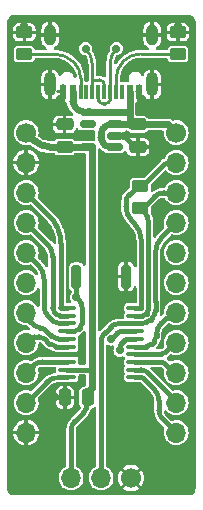
<source format=gbr>
%TF.GenerationSoftware,KiCad,Pcbnew,8.0.3*%
%TF.CreationDate,2024-08-17T22:20:39+01:00*%
%TF.ProjectId,TSSOP_Board,5453534f-505f-4426-9f61-72642e6b6963,rev?*%
%TF.SameCoordinates,Original*%
%TF.FileFunction,Copper,L1,Top*%
%TF.FilePolarity,Positive*%
%FSLAX46Y46*%
G04 Gerber Fmt 4.6, Leading zero omitted, Abs format (unit mm)*
G04 Created by KiCad (PCBNEW 8.0.3) date 2024-08-17 22:20:39*
%MOMM*%
%LPD*%
G01*
G04 APERTURE LIST*
G04 Aperture macros list*
%AMRoundRect*
0 Rectangle with rounded corners*
0 $1 Rounding radius*
0 $2 $3 $4 $5 $6 $7 $8 $9 X,Y pos of 4 corners*
0 Add a 4 corners polygon primitive as box body*
4,1,4,$2,$3,$4,$5,$6,$7,$8,$9,$2,$3,0*
0 Add four circle primitives for the rounded corners*
1,1,$1+$1,$2,$3*
1,1,$1+$1,$4,$5*
1,1,$1+$1,$6,$7*
1,1,$1+$1,$8,$9*
0 Add four rect primitives between the rounded corners*
20,1,$1+$1,$2,$3,$4,$5,0*
20,1,$1+$1,$4,$5,$6,$7,0*
20,1,$1+$1,$6,$7,$8,$9,0*
20,1,$1+$1,$8,$9,$2,$3,0*%
G04 Aperture macros list end*
%TA.AperFunction,SMDPad,CuDef*%
%ADD10RoundRect,0.150000X0.512500X0.150000X-0.512500X0.150000X-0.512500X-0.150000X0.512500X-0.150000X0*%
%TD*%
%TA.AperFunction,SMDPad,CuDef*%
%ADD11RoundRect,0.250000X0.250000X0.475000X-0.250000X0.475000X-0.250000X-0.475000X0.250000X-0.475000X0*%
%TD*%
%TA.AperFunction,SMDPad,CuDef*%
%ADD12RoundRect,0.200000X-0.200000X-0.800000X0.200000X-0.800000X0.200000X0.800000X-0.200000X0.800000X0*%
%TD*%
%TA.AperFunction,SMDPad,CuDef*%
%ADD13RoundRect,0.250000X-0.450000X0.262500X-0.450000X-0.262500X0.450000X-0.262500X0.450000X0.262500X0*%
%TD*%
%TA.AperFunction,SMDPad,CuDef*%
%ADD14RoundRect,0.250000X0.450000X-0.262500X0.450000X0.262500X-0.450000X0.262500X-0.450000X-0.262500X0*%
%TD*%
%TA.AperFunction,SMDPad,CuDef*%
%ADD15R,0.600000X1.240000*%
%TD*%
%TA.AperFunction,SMDPad,CuDef*%
%ADD16R,0.300000X1.240000*%
%TD*%
%TA.AperFunction,ComponentPad*%
%ADD17O,1.000000X2.100000*%
%TD*%
%TA.AperFunction,ComponentPad*%
%ADD18O,1.000000X1.800000*%
%TD*%
%TA.AperFunction,SMDPad,CuDef*%
%ADD19RoundRect,0.250000X-0.475000X0.250000X-0.475000X-0.250000X0.475000X-0.250000X0.475000X0.250000X0*%
%TD*%
%TA.AperFunction,ComponentPad*%
%ADD20C,1.700000*%
%TD*%
%TA.AperFunction,ComponentPad*%
%ADD21O,1.700000X1.700000*%
%TD*%
%TA.AperFunction,SMDPad,CuDef*%
%ADD22RoundRect,0.250000X0.475000X-0.250000X0.475000X0.250000X-0.475000X0.250000X-0.475000X-0.250000X0*%
%TD*%
%TA.AperFunction,SMDPad,CuDef*%
%ADD23RoundRect,0.100000X-0.637500X-0.100000X0.637500X-0.100000X0.637500X0.100000X-0.637500X0.100000X0*%
%TD*%
%TA.AperFunction,ViaPad*%
%ADD24C,0.700000*%
%TD*%
%TA.AperFunction,Conductor*%
%ADD25C,0.600000*%
%TD*%
%TA.AperFunction,Conductor*%
%ADD26C,0.400000*%
%TD*%
%TA.AperFunction,Conductor*%
%ADD27C,0.250000*%
%TD*%
G04 APERTURE END LIST*
D10*
%TO.P,U1,1,VIN*%
%TO.N,/5V_IN*%
X119247500Y-57083999D03*
%TO.P,U1,2,GND*%
%TO.N,GND*%
X119247500Y-56134000D03*
%TO.P,U1,3,EN*%
%TO.N,/5V_IN*%
X119247500Y-55184001D03*
%TO.P,U1,4,NC*%
%TO.N,unconnected-(U1-NC-Pad4)*%
X116972500Y-55184001D03*
%TO.P,U1,5,VOUT*%
%TO.N,/MCU_VCC*%
X116972500Y-57083999D03*
%TD*%
D11*
%TO.P,C3,1*%
%TO.N,/MCU_VCC*%
X116949999Y-78300000D03*
%TO.P,C3,2*%
%TO.N,GND*%
X115050001Y-78300000D03*
%TD*%
D12*
%TO.P,SW1,1,1*%
%TO.N,/NRST*%
X116010000Y-68072000D03*
%TO.P,SW1,2,2*%
%TO.N,GND*%
X120210000Y-68072000D03*
%TD*%
D13*
%TO.P,R3,1*%
%TO.N,/PD3*%
X121412000Y-60405000D03*
%TO.P,R3,2*%
%TO.N,/PD2*%
X121412000Y-62230000D03*
%TD*%
D14*
%TO.P,R1,1*%
%TO.N,Net-(J1-CC1)*%
X124600000Y-49215000D03*
%TO.P,R1,2*%
%TO.N,GND*%
X124600000Y-47390000D03*
%TD*%
%TO.P,R2,1*%
%TO.N,Net-(J1-CC2)*%
X111600000Y-49215000D03*
%TO.P,R2,2*%
%TO.N,GND*%
X111600000Y-47390000D03*
%TD*%
D15*
%TO.P,J1,A1,GND*%
%TO.N,GND*%
X121310000Y-52400000D03*
%TO.P,J1,A4,VBUS*%
%TO.N,/5V_IN*%
X120510000Y-52400000D03*
D16*
%TO.P,J1,A5,CC1*%
%TO.N,Net-(J1-CC1)*%
X119360000Y-52400000D03*
%TO.P,J1,A6,D+*%
%TO.N,Net-(JP3-A)*%
X118360000Y-52400000D03*
%TO.P,J1,A7,D-*%
%TO.N,Net-(JP2-A)*%
X117860000Y-52400000D03*
%TO.P,J1,A8,SBU1*%
%TO.N,unconnected-(J1-SBU1-PadA8)*%
X116860000Y-52400000D03*
D15*
%TO.P,J1,A9,VBUS*%
%TO.N,/5V_IN*%
X115710000Y-52400000D03*
%TO.P,J1,A12,GND*%
%TO.N,GND*%
X114910000Y-52400000D03*
%TO.P,J1,B1,GND*%
X114910000Y-52400000D03*
%TO.P,J1,B4,VBUS*%
%TO.N,/5V_IN*%
X115710000Y-52400000D03*
D16*
%TO.P,J1,B5,CC2*%
%TO.N,Net-(J1-CC2)*%
X116360000Y-52400000D03*
%TO.P,J1,B6,D+*%
%TO.N,Net-(JP3-A)*%
X117360000Y-52400000D03*
%TO.P,J1,B7,D-*%
%TO.N,Net-(JP2-A)*%
X118860000Y-52400000D03*
%TO.P,J1,B8,SBU2*%
%TO.N,unconnected-(J1-SBU2-PadB8)*%
X119860000Y-52400000D03*
D15*
%TO.P,J1,B9,VBUS*%
%TO.N,/5V_IN*%
X120510000Y-52400000D03*
%TO.P,J1,B12,GND*%
%TO.N,GND*%
X121310000Y-52400000D03*
D17*
%TO.P,J1,S1,SHIELD*%
X122430000Y-51800000D03*
D18*
X122430000Y-47600000D03*
D17*
X113790000Y-51800000D03*
D18*
X113790000Y-47600000D03*
%TD*%
D19*
%TO.P,C1,1*%
%TO.N,/5V_IN*%
X121210000Y-55184001D03*
%TO.P,C1,2*%
%TO.N,GND*%
X121210000Y-57083999D03*
%TD*%
D20*
%TO.P,J3,1,Pin_1*%
%TO.N,/5V_IN*%
X124460000Y-55880000D03*
D21*
%TO.P,J3,2,Pin_2*%
%TO.N,/PD3*%
X124460000Y-58420000D03*
%TO.P,J3,3,Pin_3*%
%TO.N,/PD2*%
X124460000Y-60960000D03*
%TO.P,J3,4,Pin_4*%
%TO.N,/PD1*%
X124460000Y-63500000D03*
%TO.P,J3,5,Pin_5*%
%TO.N,/MISO*%
X124460000Y-66040000D03*
%TO.P,J3,6,Pin_6*%
%TO.N,/MOSI*%
X124460000Y-68580000D03*
%TO.P,J3,7,Pin_7*%
%TO.N,/PC5*%
X124460000Y-71120000D03*
%TO.P,J3,8,Pin_8*%
%TO.N,/MCO*%
X124460000Y-73660000D03*
%TO.P,J3,9,Pin_9*%
%TO.N,/PC3*%
X124460000Y-76200000D03*
%TO.P,J3,10,Pin_10*%
%TO.N,/PC2*%
X124460000Y-78740000D03*
%TO.P,J3,11,Pin_11*%
%TO.N,/PC1*%
X124460000Y-81280000D03*
%TD*%
D20*
%TO.P,J4,1,Pin_1*%
%TO.N,GND*%
X120635000Y-85115000D03*
D21*
%TO.P,J4,2,Pin_2*%
%TO.N,/PD1*%
X118095000Y-85115000D03*
%TO.P,J4,3,Pin_3*%
%TO.N,/MCU_VCC*%
X115555001Y-85115000D03*
%TD*%
D22*
%TO.P,C2,1*%
%TO.N,/MCU_VCC*%
X115010000Y-57083999D03*
%TO.P,C2,2*%
%TO.N,GND*%
X115010000Y-55184001D03*
%TD*%
D21*
%TO.P,J2,11,Pin_11*%
%TO.N,GND*%
X111760000Y-81280000D03*
%TO.P,J2,10,Pin_10*%
%TO.N,/PC0*%
X111760000Y-78740000D03*
%TO.P,J2,9,Pin_9*%
%TO.N,/PD0*%
X111760000Y-76200000D03*
%TO.P,J2,8,Pin_8*%
%TO.N,/OSCO*%
X111760000Y-73660000D03*
%TO.P,J2,7,Pin_7*%
%TO.N,/OSCI*%
X111760000Y-71120000D03*
%TO.P,J2,6,Pin_6*%
%TO.N,/NRST*%
X111760000Y-68580000D03*
%TO.P,J2,5,Pin_5*%
%TO.N,/PD6*%
X111760000Y-66040000D03*
%TO.P,J2,4,Pin_4*%
%TO.N,/PD5*%
X111760000Y-63500000D03*
%TO.P,J2,3,Pin_3*%
%TO.N,/PD4*%
X111760000Y-60960000D03*
%TO.P,J2,2,Pin_2*%
%TO.N,GND*%
X111760000Y-58420000D03*
D20*
%TO.P,J2,1,Pin_1*%
%TO.N,/MCU_VCC*%
X111760000Y-55880000D03*
%TD*%
D23*
%TO.P,U2,1,PD4*%
%TO.N,/PD4*%
X115247500Y-70735000D03*
%TO.P,U2,2,PD5*%
%TO.N,/PD5*%
X115247500Y-71385000D03*
%TO.P,U2,3,PD6*%
%TO.N,/PD6*%
X115247500Y-72035000D03*
%TO.P,U2,4,PD7*%
%TO.N,/NRST*%
X115247500Y-72685000D03*
%TO.P,U2,5,PA1*%
%TO.N,/OSCI*%
X115247500Y-73335000D03*
%TO.P,U2,6,PA2*%
%TO.N,/OSCO*%
X115247500Y-73985000D03*
%TO.P,U2,7,VSS*%
%TO.N,GND*%
X115247500Y-74635000D03*
%TO.P,U2,8,PD0*%
%TO.N,/PD0*%
X115247500Y-75285000D03*
%TO.P,U2,9,VDD*%
%TO.N,/MCU_VCC*%
X115247500Y-75935000D03*
%TO.P,U2,10,PC0*%
%TO.N,/PC0*%
X115247500Y-76585000D03*
%TO.P,U2,11,PC1*%
%TO.N,/PC1*%
X120972500Y-76585000D03*
%TO.P,U2,12,PC2*%
%TO.N,/PC2*%
X120972500Y-75935000D03*
%TO.P,U2,13,PC3*%
%TO.N,/PC3*%
X120972500Y-75285000D03*
%TO.P,U2,14,PC4*%
%TO.N,/MCO*%
X120972500Y-74635000D03*
%TO.P,U2,15,PC5*%
%TO.N,/PC5*%
X120972500Y-73985000D03*
%TO.P,U2,16,PC6*%
%TO.N,/MOSI*%
X120972500Y-73335000D03*
%TO.P,U2,17,PC7*%
%TO.N,/MISO*%
X120972500Y-72685000D03*
%TO.P,U2,18,PD1*%
%TO.N,/PD1*%
X120972500Y-72035000D03*
%TO.P,U2,19,PD2*%
%TO.N,/PD2*%
X120972500Y-71385000D03*
%TO.P,U2,20,PD3*%
%TO.N,/PD3*%
X120972500Y-70735000D03*
%TD*%
D24*
%TO.N,GND*%
X123190000Y-57150000D03*
X123190000Y-62230000D03*
X119380000Y-83312000D03*
X116840000Y-83312000D03*
X119380000Y-75946000D03*
%TO.N,/5V_IN*%
X117094000Y-54102000D03*
%TO.N,GND*%
X124600000Y-46815000D03*
X111600000Y-46815000D03*
X114200000Y-78300000D03*
X120010000Y-56134000D03*
X121600000Y-53015000D03*
X113300000Y-74400000D03*
X116332000Y-74635000D03*
X114600000Y-53015000D03*
%TO.N,/NRST*%
X116010000Y-69810000D03*
%TO.N,/MOSI*%
X119700000Y-74300000D03*
%TO.N,/MISO*%
X118950000Y-73350000D03*
%TO.N,Net-(JP2-A)*%
X119400000Y-48765001D03*
%TO.N,Net-(JP3-A)*%
X116800000Y-48765001D03*
%TD*%
D25*
%TO.N,/MCU_VCC*%
X117300000Y-57083999D02*
X117300000Y-76000000D01*
X117300000Y-76000000D02*
X117300000Y-77492893D01*
D26*
X115247500Y-75935000D02*
X117235000Y-75935000D01*
D25*
X117096445Y-77903555D02*
G75*
G03*
X116950005Y-78257108I353555J-353545D01*
G01*
X117300000Y-77492893D02*
G75*
G02*
X117153556Y-77846450I-500000J-7D01*
G01*
X117153553Y-77846447D02*
X117096445Y-77903555D01*
X116949999Y-78257108D02*
X116949999Y-78300000D01*
D26*
%TO.N,GND*%
X116332000Y-74635000D02*
X115247500Y-74635000D01*
%TO.N,/PD1*%
X122299670Y-71703736D02*
X122410191Y-71593213D01*
D25*
%TO.N,/MCU_VCC*%
X113810683Y-57083999D02*
G75*
G02*
X112365307Y-56485299I17J2044099D01*
G01*
X115010000Y-57083999D02*
X113810683Y-57083999D01*
X112365303Y-56485303D02*
X111760000Y-55880000D01*
D26*
%TO.N,/PD4*%
X113715841Y-62915841D02*
G75*
G02*
X114700001Y-65291811I-2375941J-2375959D01*
G01*
%TO.N,/PD6*%
X113300000Y-68423617D02*
G75*
G03*
X112703487Y-66983459I-2036700J17D01*
G01*
X113300000Y-70683890D02*
G75*
G03*
X113582499Y-71365907I964500J-10D01*
G01*
X114536495Y-72035000D02*
G75*
G02*
X114050144Y-71833540I5J687800D01*
G01*
%TO.N,/PD5*%
X113545819Y-65285819D02*
G75*
G02*
X113999985Y-66382309I-1096519J-1096481D01*
G01*
X114146446Y-71081324D02*
G75*
G02*
X114000020Y-70727771I353554J353524D01*
G01*
X114303675Y-71238553D02*
G75*
G03*
X114657229Y-71384980I353525J353553D01*
G01*
%TO.N,/NRST*%
X116191469Y-72538409D02*
G75*
G02*
X115837567Y-72684975I-353869J353909D01*
G01*
X116500000Y-71952631D02*
G75*
G02*
X116303934Y-72425900I-669300J31D01*
G01*
X116500000Y-70742371D02*
G75*
G03*
X116187188Y-69987208I-1068000J-29D01*
G01*
%TO.N,GND*%
X113388553Y-74488553D02*
G75*
G03*
X113742107Y-74634995I353547J353553D01*
G01*
%TO.N,/OSCO*%
X113719158Y-73743422D02*
G75*
G03*
X114302378Y-73985015I583242J583222D01*
G01*
X112475107Y-73152000D02*
G75*
G03*
X112121550Y-73298444I-7J-500000D01*
G01*
X112850506Y-73152000D02*
G75*
G02*
X113323767Y-73348033I-6J-669300D01*
G01*
%TO.N,/OSCI*%
X111906446Y-71706446D02*
G75*
G02*
X111760005Y-71352893I353554J353546D01*
G01*
X112381062Y-72181062D02*
G75*
G03*
X112909626Y-72399983I528538J528562D01*
G01*
X113377734Y-72553470D02*
G75*
G03*
X113007225Y-72399989I-370534J-370530D01*
G01*
X114529388Y-73335000D02*
G75*
G02*
X113897544Y-73073286I12J893600D01*
G01*
%TO.N,/OSCO*%
X115247500Y-73985000D02*
X114302378Y-73985000D01*
X113719158Y-73743422D02*
X113323768Y-73348032D01*
X112850506Y-73152000D02*
X112475107Y-73152000D01*
X112121553Y-73298447D02*
X111760000Y-73660000D01*
%TO.N,/PD0*%
X113115253Y-75285000D02*
G75*
G03*
X112363710Y-75596322I47J-1062900D01*
G01*
%TO.N,/PC0*%
X114509455Y-76585000D02*
G75*
G03*
X113494688Y-77005374I45J-1435100D01*
G01*
%TO.N,/MCU_VCC*%
X115555001Y-81098568D02*
G75*
G02*
X115875742Y-80324296I1094999J-32D01*
G01*
X116949999Y-78753506D02*
G75*
G02*
X116598911Y-79601063I-1198599J6D01*
G01*
%TO.N,/PC1*%
X121620764Y-76634414D02*
G75*
G03*
X121501468Y-76585020I-119264J-119286D01*
G01*
X123000000Y-79396002D02*
G75*
G03*
X123299817Y-80119807I1023600J2D01*
G01*
X123000000Y-78587047D02*
G75*
G03*
X122594570Y-77608174I-1384300J47D01*
G01*
%TO.N,/PC2*%
X121509035Y-75935000D02*
G75*
G02*
X121954298Y-76119468I-35J-629700D01*
G01*
%TO.N,/MISO*%
X119822107Y-72685000D02*
G75*
G03*
X119468551Y-72831443I-7J-500000D01*
G01*
%TO.N,/MOSI*%
X120018554Y-73481446D02*
G75*
G02*
X120372107Y-73335005I353546J-353554D01*
G01*
X119846447Y-73653553D02*
G75*
G03*
X119700005Y-74007107I353553J-353547D01*
G01*
%TO.N,/MCO*%
X123157893Y-74635000D02*
G75*
G03*
X123511450Y-74488556I7J500000D01*
G01*
%TO.N,/PC3*%
X123177893Y-75285000D02*
G75*
G02*
X123531450Y-75431444I7J-500000D01*
G01*
%TO.N,/PC5*%
X122800000Y-73061198D02*
G75*
G02*
X122560424Y-73639562I-817900J-2D01*
G01*
X121890738Y-73985000D02*
G75*
G03*
X122444261Y-73755685I-38J782800D01*
G01*
X123183312Y-72016688D02*
G75*
G03*
X122799987Y-72942084I925388J-925412D01*
G01*
%TO.N,/PD2*%
X122110000Y-70837771D02*
G75*
G02*
X121963568Y-71191338I-500000J-29D01*
G01*
X121562771Y-71385000D02*
G75*
G03*
X121916339Y-71238567I29J500000D01*
G01*
%TO.N,/PD1*%
X122700000Y-66099440D02*
G75*
G02*
X123293550Y-64666404I2026600J40D01*
G01*
X119637753Y-72035000D02*
G75*
G03*
X118897884Y-72341483I47J-1046400D01*
G01*
X118095000Y-73613445D02*
G75*
G02*
X118426690Y-72812613I1132500J45D01*
G01*
X122410191Y-71593213D02*
G75*
G03*
X122710011Y-70869401I-723791J723813D01*
G01*
X122299670Y-71703736D02*
G75*
G02*
X121499945Y-72035022I-799770J799736D01*
G01*
%TO.N,/PD2*%
X121751644Y-62569644D02*
G75*
G02*
X122100024Y-63410650I-841044J-841056D01*
G01*
X123441256Y-60960000D02*
G75*
G03*
X122585588Y-61314472I44J-1210100D01*
G01*
%TO.N,/PD3*%
X123433554Y-58566446D02*
G75*
G02*
X123787107Y-58420005I353546J-353554D01*
G01*
X120458172Y-61141828D02*
G75*
G03*
X120200021Y-61765110I623328J-623272D01*
G01*
X121402107Y-60405000D02*
G75*
G03*
X121048551Y-60551443I-7J-500000D01*
G01*
X120695536Y-63319536D02*
G75*
G02*
X120200006Y-62123206I1196364J1196336D01*
G01*
X120867243Y-63491243D02*
G75*
G02*
X121500023Y-65018854I-1527643J-1527657D01*
G01*
D25*
%TO.N,/5V_IN*%
X118085000Y-56293578D02*
G75*
G03*
X118290354Y-56789360I701100J-22D01*
G01*
X118271096Y-55524510D02*
G75*
G03*
X118084998Y-55973785I449304J-449290D01*
G01*
X118818712Y-55184001D02*
G75*
G03*
X118465152Y-55330442I-12J-499999D01*
G01*
X118792108Y-57083999D02*
G75*
G02*
X118438551Y-56937557I-8J499999D01*
G01*
X116097785Y-53907785D02*
G75*
G03*
X116566662Y-54102025I468915J468885D01*
G01*
X115710000Y-53261999D02*
G75*
G03*
X115892428Y-53702442I622900J-1D01*
G01*
X117094000Y-54102000D02*
X116566662Y-54102000D01*
X116097785Y-53907785D02*
X115892435Y-53702435D01*
X117094000Y-54102000D02*
X120508000Y-54102000D01*
X115710000Y-53261999D02*
X115710000Y-52400000D01*
D27*
%TO.N,Net-(JP3-A)*%
X118254427Y-51529427D02*
G75*
G02*
X118360012Y-51784304I-254827J-254873D01*
G01*
X118254427Y-51529427D02*
G75*
G03*
X117978163Y-51415024I-276227J-276273D01*
G01*
%TO.N,Net-(JP2-A)*%
X118705545Y-53309455D02*
G75*
G02*
X118450736Y-53415012I-254845J254855D01*
G01*
X117996027Y-53311027D02*
G75*
G03*
X118247040Y-53414968I250973J251027D01*
G01*
X117918579Y-53233579D02*
G75*
G02*
X117860030Y-53092157I141421J141379D01*
G01*
X118860000Y-53072157D02*
G75*
G02*
X118801443Y-53213599I-200000J-43D01*
G01*
%TO.N,Net-(JP3-A)*%
X116800000Y-48765001D02*
G75*
G02*
X117360004Y-50116903I-1351800J-1351899D01*
G01*
%TO.N,Net-(J1-CC2)*%
X115812803Y-49927805D02*
G75*
G02*
X116359975Y-51248831I-1321003J-1320995D01*
G01*
X115812803Y-49927805D02*
G75*
G03*
X114091887Y-49215011I-1720903J-1720995D01*
G01*
%TO.N,Net-(J1-CC1)*%
X121440153Y-49215000D02*
G75*
G03*
X120005947Y-49809103I47J-2028300D01*
G01*
X119360000Y-51368392D02*
G75*
G02*
X120005931Y-49809087I2205100J-8D01*
G01*
%TO.N,Net-(JP2-A)*%
X119400000Y-48765001D02*
G75*
G03*
X118860003Y-50068595I1303500J-1303599D01*
G01*
D25*
%TO.N,/5V_IN*%
X120510000Y-55200000D02*
X120510000Y-52400000D01*
X119247500Y-55184001D02*
X118818712Y-55184001D01*
X118465158Y-55330448D02*
X118271096Y-55524510D01*
X118085000Y-55973785D02*
X118085000Y-56293578D01*
X118290358Y-56789356D02*
X118438555Y-56937553D01*
X118792108Y-57083999D02*
X119247500Y-57083999D01*
X119247500Y-55184001D02*
X123764001Y-55184001D01*
X123764001Y-55184001D02*
X124460000Y-55880000D01*
D26*
%TO.N,GND*%
X121310000Y-52400000D02*
X121310000Y-52725000D01*
X115247500Y-74635000D02*
X113742107Y-74635000D01*
X113388553Y-74488553D02*
X113300000Y-74400000D01*
X114910000Y-52400000D02*
X114910000Y-52705000D01*
X120010000Y-56134000D02*
X120959999Y-57083999D01*
D27*
X124600000Y-47390000D02*
X124600000Y-46815000D01*
D26*
X121310000Y-52725000D02*
X121600000Y-53015000D01*
X119247500Y-56134000D02*
X120010000Y-56134000D01*
X114910000Y-52705000D02*
X114600000Y-53015000D01*
X120959999Y-57083999D02*
X121210000Y-57083999D01*
D27*
X111600000Y-47390000D02*
X111600000Y-46815000D01*
D26*
X115050001Y-78300000D02*
X114200000Y-78300000D01*
%TO.N,/PC0*%
X115247500Y-76585000D02*
X114509455Y-76585000D01*
X113494657Y-77005343D02*
X111760000Y-78740000D01*
%TO.N,/PD0*%
X115247500Y-75285000D02*
X113115253Y-75285000D01*
X112363694Y-75596306D02*
X111760000Y-76200000D01*
%TO.N,/OSCI*%
X115247500Y-73335000D02*
X114529388Y-73335000D01*
X113897547Y-73073283D02*
X113377734Y-72553470D01*
X112381062Y-72181062D02*
X111906446Y-71706446D01*
X111760000Y-71352893D02*
X111760000Y-71120000D01*
X113007225Y-72400000D02*
X112909626Y-72400000D01*
%TO.N,/NRST*%
X116500000Y-70742371D02*
X116500000Y-71952631D01*
X116010000Y-69810000D02*
X116010000Y-68072000D01*
X116303956Y-72425922D02*
X116191469Y-72538409D01*
X116010000Y-69810000D02*
X116187198Y-69987198D01*
X115837567Y-72685000D02*
X115247500Y-72685000D01*
%TO.N,/PD6*%
X115247500Y-72035000D02*
X114536495Y-72035000D01*
X113300000Y-70683890D02*
X113300000Y-68423617D01*
X112703473Y-66983473D02*
X111760000Y-66040000D01*
X114050139Y-71833545D02*
X113582500Y-71365906D01*
%TO.N,/PD5*%
X114303675Y-71238553D02*
X114146446Y-71081324D01*
X115247500Y-71385000D02*
X114657229Y-71385000D01*
X113545819Y-65285819D02*
X111760000Y-63500000D01*
X114000000Y-70727771D02*
X114000000Y-66382309D01*
%TO.N,/PC3*%
X120972500Y-75285000D02*
X123177893Y-75285000D01*
X123531447Y-75431447D02*
X124300000Y-76200000D01*
X124300000Y-76200000D02*
X124460000Y-76200000D01*
%TO.N,/PD1*%
X122710000Y-70869401D02*
X122710000Y-70176594D01*
X120972500Y-72035000D02*
X121499945Y-72035000D01*
X118095000Y-73613445D02*
X118095000Y-85115000D01*
X120972500Y-72035000D02*
X119637753Y-72035000D01*
X122710000Y-70176594D02*
X122700000Y-70166594D01*
X122700000Y-70166594D02*
X122700000Y-66099440D01*
X118897870Y-72341469D02*
X118426708Y-72812631D01*
X123293573Y-64666427D02*
X124460000Y-63500000D01*
%TO.N,/MOSI*%
X119846447Y-73653553D02*
X120018554Y-73481446D01*
X119700000Y-74300000D02*
X119700000Y-74007107D01*
X120372107Y-73335000D02*
X120972500Y-73335000D01*
%TO.N,/MCO*%
X120972500Y-74635000D02*
X123157893Y-74635000D01*
X124340000Y-73660000D02*
X124460000Y-73660000D01*
X123511447Y-74488553D02*
X124340000Y-73660000D01*
%TO.N,/PC5*%
X123183312Y-72016688D02*
X124080000Y-71120000D01*
X120972500Y-73985000D02*
X121890738Y-73985000D01*
X124080000Y-71120000D02*
X124460000Y-71120000D01*
X122800000Y-73061198D02*
X122800000Y-72942084D01*
X122444288Y-73755712D02*
X122560431Y-73639569D01*
%TO.N,/PD3*%
X120867243Y-63491243D02*
X120695536Y-63319536D01*
X121595000Y-60405000D02*
X123433554Y-58566446D01*
X123787107Y-58420000D02*
X124460000Y-58420000D01*
X121402107Y-60405000D02*
X121412000Y-60405000D01*
X120972500Y-70735000D02*
X121465000Y-70735000D01*
X121500000Y-70700000D02*
X121500000Y-65018854D01*
X120458172Y-61141828D02*
X121048554Y-60551446D01*
X121465000Y-70735000D02*
X121500000Y-70700000D01*
X120200000Y-62123206D02*
X120200000Y-61765110D01*
X121412000Y-60405000D02*
X121595000Y-60405000D01*
%TO.N,/PC2*%
X120972500Y-75935000D02*
X121509035Y-75935000D01*
X124460000Y-78625122D02*
X124460000Y-78740000D01*
X121954322Y-76119444D02*
X124460000Y-78625122D01*
%TO.N,/MISO*%
X119822107Y-72685000D02*
X120972500Y-72685000D01*
X118950000Y-73350000D02*
X119468554Y-72831446D01*
%TO.N,/PC1*%
X123000000Y-78587047D02*
X123000000Y-79396002D01*
X123299812Y-80119812D02*
X124460000Y-81280000D01*
X121620764Y-76634414D02*
X122594547Y-77608197D01*
X120972500Y-76585000D02*
X121501468Y-76585000D01*
%TO.N,/PD2*%
X120972500Y-71385000D02*
X121562771Y-71385000D01*
X122110000Y-70837771D02*
X122110000Y-70425122D01*
X124460000Y-60960000D02*
X123441256Y-60960000D01*
X121670000Y-62230000D02*
X121412000Y-62230000D01*
X121751644Y-62569644D02*
X121412000Y-62230000D01*
X122110000Y-70425122D02*
X122100000Y-70415122D01*
X121916325Y-71238553D02*
X121963554Y-71191324D01*
X124102500Y-60602500D02*
X124460000Y-60960000D01*
X122100000Y-70415122D02*
X122100000Y-63410650D01*
X122585558Y-61314442D02*
X121670000Y-62230000D01*
X124460000Y-60960000D02*
X123952000Y-60960000D01*
%TO.N,/5V_IN*%
X121209999Y-55184000D02*
X121210000Y-55184001D01*
%TO.N,/MCU_VCC*%
X115010001Y-57084000D02*
X115010000Y-57083999D01*
X116949999Y-78300000D02*
X116949999Y-78753506D01*
D27*
X115010001Y-56783999D02*
X115010000Y-56783998D01*
D26*
X115555001Y-81098568D02*
X115555001Y-85115000D01*
D27*
X115010001Y-57084000D02*
X115010001Y-56783999D01*
D25*
X116972500Y-57083999D02*
X115010001Y-57084000D01*
D26*
X116598924Y-79601076D02*
X115875723Y-80324277D01*
D27*
%TO.N,Net-(JP2-A)*%
X118860000Y-53072157D02*
X118860000Y-52400000D01*
X117918579Y-53233579D02*
X117996027Y-53311027D01*
X118705545Y-53309455D02*
X118801422Y-53213578D01*
X118860000Y-52400000D02*
X118860000Y-50068595D01*
X118247040Y-53415000D02*
X118450736Y-53415000D01*
X117860000Y-52400000D02*
X117860000Y-53092157D01*
%TO.N,Net-(J1-CC1)*%
X119360000Y-52400000D02*
X119360000Y-51368392D01*
X121440153Y-49215000D02*
X124600000Y-49215000D01*
%TO.N,Net-(J1-CC2)*%
X116360000Y-51248831D02*
X116360000Y-52400000D01*
X111600000Y-49215000D02*
X114091887Y-49215000D01*
%TO.N,Net-(JP3-A)*%
X117360000Y-52400000D02*
X117360000Y-51415000D01*
X117360000Y-51415000D02*
X117978163Y-51415000D01*
X118360000Y-51784304D02*
X118360000Y-52400000D01*
X117360000Y-51415000D02*
X117360000Y-50116903D01*
D26*
%TO.N,/PD4*%
X113715841Y-62915841D02*
X111760000Y-60960000D01*
X115247500Y-70735000D02*
X114735000Y-70735000D01*
X114700000Y-70700000D02*
X114700000Y-65291811D01*
X114735000Y-70735000D02*
X114700000Y-70700000D01*
%TD*%
%TA.AperFunction,Conductor*%
%TO.N,GND*%
G36*
X125506922Y-45901279D02*
G01*
X125619518Y-45913966D01*
X125646583Y-45920143D01*
X125746927Y-45955255D01*
X125771941Y-45967301D01*
X125861955Y-46023860D01*
X125883662Y-46041172D01*
X125958827Y-46116337D01*
X125976140Y-46138046D01*
X126032697Y-46228056D01*
X126044745Y-46253074D01*
X126079855Y-46353414D01*
X126086033Y-46380484D01*
X126098720Y-46493077D01*
X126099500Y-46506961D01*
X126099500Y-85993038D01*
X126098720Y-86006922D01*
X126086033Y-86119515D01*
X126079855Y-86146585D01*
X126044745Y-86246925D01*
X126032697Y-86271943D01*
X125976140Y-86361953D01*
X125958827Y-86383662D01*
X125883662Y-86458827D01*
X125861953Y-86476140D01*
X125771943Y-86532697D01*
X125746925Y-86544745D01*
X125646585Y-86579855D01*
X125619516Y-86586033D01*
X125534855Y-86595572D01*
X125506921Y-86598720D01*
X125493039Y-86599500D01*
X110756961Y-86599500D01*
X110743077Y-86598720D01*
X110630484Y-86586033D01*
X110603414Y-86579855D01*
X110503074Y-86544745D01*
X110478056Y-86532697D01*
X110388046Y-86476140D01*
X110366337Y-86458827D01*
X110291172Y-86383662D01*
X110273859Y-86361953D01*
X110217302Y-86271943D01*
X110205254Y-86246925D01*
X110170144Y-86146585D01*
X110163966Y-86119514D01*
X110162206Y-86103897D01*
X110151280Y-86006921D01*
X110150500Y-85993038D01*
X110150500Y-81129999D01*
X110669186Y-81129999D01*
X110669187Y-81130000D01*
X111282555Y-81130000D01*
X111260000Y-81214174D01*
X111260000Y-81345826D01*
X111282555Y-81430000D01*
X110669187Y-81430000D01*
X110674097Y-81482991D01*
X110729883Y-81679063D01*
X110729886Y-81679069D01*
X110820754Y-81861556D01*
X110943608Y-82024242D01*
X111094260Y-82161578D01*
X111267584Y-82268897D01*
X111457678Y-82342539D01*
X111610000Y-82371013D01*
X111610000Y-81757445D01*
X111694174Y-81780000D01*
X111825826Y-81780000D01*
X111910000Y-81757445D01*
X111910000Y-82371013D01*
X112062321Y-82342539D01*
X112252415Y-82268897D01*
X112425739Y-82161578D01*
X112576391Y-82024242D01*
X112699245Y-81861556D01*
X112790113Y-81679069D01*
X112790116Y-81679063D01*
X112845902Y-81482991D01*
X112850813Y-81430000D01*
X112237445Y-81430000D01*
X112260000Y-81345826D01*
X112260000Y-81214174D01*
X112237445Y-81130000D01*
X112850813Y-81130000D01*
X112850813Y-81129999D01*
X112845902Y-81077008D01*
X112790116Y-80880936D01*
X112790113Y-80880930D01*
X112699245Y-80698443D01*
X112576391Y-80535757D01*
X112425739Y-80398421D01*
X112252415Y-80291102D01*
X112062322Y-80217460D01*
X111910000Y-80188985D01*
X111910000Y-80802554D01*
X111825826Y-80780000D01*
X111694174Y-80780000D01*
X111610000Y-80802554D01*
X111610000Y-80188985D01*
X111457677Y-80217460D01*
X111267584Y-80291102D01*
X111094260Y-80398421D01*
X110943608Y-80535757D01*
X110820754Y-80698443D01*
X110729886Y-80880930D01*
X110729883Y-80880936D01*
X110674097Y-81077008D01*
X110669186Y-81129999D01*
X110150500Y-81129999D01*
X110150500Y-58269999D01*
X110669186Y-58269999D01*
X110669187Y-58270000D01*
X111282555Y-58270000D01*
X111260000Y-58354174D01*
X111260000Y-58485826D01*
X111282555Y-58570000D01*
X110669187Y-58570000D01*
X110674097Y-58622991D01*
X110729883Y-58819063D01*
X110729886Y-58819069D01*
X110820754Y-59001556D01*
X110943608Y-59164242D01*
X111094260Y-59301578D01*
X111267584Y-59408897D01*
X111457678Y-59482539D01*
X111610000Y-59511013D01*
X111610000Y-58897445D01*
X111694174Y-58920000D01*
X111825826Y-58920000D01*
X111910000Y-58897445D01*
X111910000Y-59511013D01*
X112062321Y-59482539D01*
X112252415Y-59408897D01*
X112425739Y-59301578D01*
X112576391Y-59164242D01*
X112699245Y-59001556D01*
X112790113Y-58819069D01*
X112790116Y-58819063D01*
X112845902Y-58622991D01*
X112850813Y-58570000D01*
X112237445Y-58570000D01*
X112260000Y-58485826D01*
X112260000Y-58354174D01*
X112237445Y-58270000D01*
X112850813Y-58270000D01*
X112850813Y-58269999D01*
X112845902Y-58217008D01*
X112790116Y-58020936D01*
X112790113Y-58020930D01*
X112699245Y-57838443D01*
X112576391Y-57675757D01*
X112425739Y-57538421D01*
X112252415Y-57431102D01*
X112062322Y-57357460D01*
X111910000Y-57328985D01*
X111910000Y-57942554D01*
X111825826Y-57920000D01*
X111694174Y-57920000D01*
X111610000Y-57942554D01*
X111610000Y-57328985D01*
X111457677Y-57357460D01*
X111267584Y-57431102D01*
X111094260Y-57538421D01*
X110943608Y-57675757D01*
X110820754Y-57838443D01*
X110729886Y-58020930D01*
X110729883Y-58020936D01*
X110674097Y-58217008D01*
X110669186Y-58269999D01*
X110150500Y-58269999D01*
X110150500Y-48898230D01*
X110699500Y-48898230D01*
X110699500Y-49531769D01*
X110702353Y-49562199D01*
X110702353Y-49562201D01*
X110740110Y-49670100D01*
X110747207Y-49690382D01*
X110827850Y-49799650D01*
X110937118Y-49880293D01*
X110958735Y-49887857D01*
X111065299Y-49925146D01*
X111095730Y-49928000D01*
X111095734Y-49928000D01*
X112104270Y-49928000D01*
X112134699Y-49925146D01*
X112134701Y-49925146D01*
X112201901Y-49901631D01*
X112262882Y-49880293D01*
X112372150Y-49799650D01*
X112452793Y-49690382D01*
X112476181Y-49623544D01*
X112516903Y-49566768D01*
X112581856Y-49541022D01*
X112593222Y-49540500D01*
X114040335Y-49540500D01*
X114088410Y-49540500D01*
X114095361Y-49540694D01*
X114320999Y-49553365D01*
X114334792Y-49554919D01*
X114554155Y-49592188D01*
X114567702Y-49595279D01*
X114781507Y-49656873D01*
X114794627Y-49661464D01*
X114881940Y-49697628D01*
X114987968Y-49741544D01*
X115000190Y-49746606D01*
X115012712Y-49752635D01*
X115097780Y-49799649D01*
X115207452Y-49860260D01*
X115219226Y-49867658D01*
X115393419Y-49991249D01*
X115400681Y-49996401D01*
X115411552Y-50005069D01*
X115565125Y-50142304D01*
X115576963Y-50152882D01*
X115587556Y-50163575D01*
X115710331Y-50303574D01*
X115720202Y-50316438D01*
X115823285Y-50470714D01*
X115831395Y-50484761D01*
X115913456Y-50651169D01*
X115919663Y-50666155D01*
X115979300Y-50841847D01*
X115983498Y-50857514D01*
X116019693Y-51039491D01*
X116021810Y-51055573D01*
X116025650Y-51114176D01*
X116010391Y-51182359D01*
X115960691Y-51231469D01*
X115892331Y-51245913D01*
X115827013Y-51221106D01*
X115785477Y-51164923D01*
X115782146Y-51154397D01*
X115756281Y-51057865D01*
X115680515Y-50926635D01*
X115573365Y-50819485D01*
X115490944Y-50771899D01*
X115442136Y-50743719D01*
X115368950Y-50724109D01*
X115295766Y-50704500D01*
X115144234Y-50704500D01*
X114997863Y-50743719D01*
X114866635Y-50819485D01*
X114866632Y-50819487D01*
X114759487Y-50926632D01*
X114759485Y-50926635D01*
X114715401Y-51002990D01*
X114664833Y-51051205D01*
X114596226Y-51064427D01*
X114531361Y-51038459D01*
X114493453Y-50988442D01*
X114454642Y-50894744D01*
X114454637Y-50894735D01*
X114372563Y-50771903D01*
X114372560Y-50771899D01*
X114268100Y-50667439D01*
X114268096Y-50667436D01*
X114145264Y-50585362D01*
X114145254Y-50585357D01*
X114008767Y-50528822D01*
X114008761Y-50528820D01*
X113940000Y-50515142D01*
X113940000Y-50990191D01*
X113905796Y-50970444D01*
X113829496Y-50950000D01*
X113750504Y-50950000D01*
X113674204Y-50970444D01*
X113640000Y-50990191D01*
X113640000Y-50515143D01*
X113639999Y-50515142D01*
X113571238Y-50528820D01*
X113571232Y-50528822D01*
X113434745Y-50585357D01*
X113434735Y-50585362D01*
X113311903Y-50667436D01*
X113311899Y-50667439D01*
X113207439Y-50771899D01*
X113207436Y-50771903D01*
X113125362Y-50894735D01*
X113125357Y-50894745D01*
X113068822Y-51031232D01*
X113068820Y-51031240D01*
X113040000Y-51176126D01*
X113040000Y-51650000D01*
X113490000Y-51650000D01*
X113490000Y-51950000D01*
X113040000Y-51950000D01*
X113040000Y-52423873D01*
X113068820Y-52568759D01*
X113068822Y-52568767D01*
X113125357Y-52705254D01*
X113125362Y-52705264D01*
X113207436Y-52828096D01*
X113207439Y-52828100D01*
X113311899Y-52932560D01*
X113311903Y-52932563D01*
X113434735Y-53014637D01*
X113434745Y-53014642D01*
X113571230Y-53071176D01*
X113571240Y-53071179D01*
X113639999Y-53084856D01*
X113640000Y-53084856D01*
X113640000Y-52609808D01*
X113674204Y-52629556D01*
X113750504Y-52650000D01*
X113829496Y-52650000D01*
X113905796Y-52629556D01*
X113940000Y-52609808D01*
X113940000Y-53084856D01*
X114008759Y-53071179D01*
X114008769Y-53071176D01*
X114145254Y-53014642D01*
X114145260Y-53014639D01*
X114175237Y-52994609D01*
X114241914Y-52973730D01*
X114309295Y-52992213D01*
X114355986Y-53044191D01*
X114365747Y-53073519D01*
X114374503Y-53117540D01*
X114374505Y-53117544D01*
X114429760Y-53200239D01*
X114512455Y-53255494D01*
X114512459Y-53255496D01*
X114585371Y-53269999D01*
X114585374Y-53270000D01*
X114760000Y-53270000D01*
X114760000Y-52550000D01*
X114441000Y-52550000D01*
X114373961Y-52530315D01*
X114328206Y-52477511D01*
X114317000Y-52426000D01*
X114317000Y-52374000D01*
X114336685Y-52306961D01*
X114389489Y-52261206D01*
X114441000Y-52250000D01*
X114760000Y-52250000D01*
X114760000Y-51893723D01*
X114779685Y-51826684D01*
X114832489Y-51780929D01*
X114901647Y-51770985D01*
X114945997Y-51786335D01*
X114997865Y-51816281D01*
X114997868Y-51816281D01*
X114998000Y-51816358D01*
X115046215Y-51866925D01*
X115060000Y-51923745D01*
X115060000Y-53270000D01*
X115090867Y-53270000D01*
X115157906Y-53289685D01*
X115203661Y-53342489D01*
X115213340Y-53374602D01*
X115237168Y-53525051D01*
X115291805Y-53693213D01*
X115372079Y-53850767D01*
X115372081Y-53850769D01*
X115475997Y-53993806D01*
X115476004Y-53993814D01*
X115486948Y-54004759D01*
X115486975Y-54004789D01*
X115491935Y-54009749D01*
X115538516Y-54056330D01*
X115585107Y-54102924D01*
X115590942Y-54108759D01*
X115590965Y-54108779D01*
X115715981Y-54233795D01*
X115749466Y-54295118D01*
X115744482Y-54364810D01*
X115702610Y-54420743D01*
X115637146Y-54445160D01*
X115599794Y-54442155D01*
X115592376Y-54440402D01*
X115532844Y-54434001D01*
X115160000Y-54434001D01*
X115160000Y-55934001D01*
X115532828Y-55934001D01*
X115532844Y-55934000D01*
X115592372Y-55927599D01*
X115592379Y-55927597D01*
X115727086Y-55877355D01*
X115727093Y-55877351D01*
X115842187Y-55791191D01*
X115842190Y-55791188D01*
X115928350Y-55676094D01*
X115928355Y-55676085D01*
X115963625Y-55581520D01*
X116005495Y-55525586D01*
X116070959Y-55501168D01*
X116139232Y-55516019D01*
X116167488Y-55537171D01*
X116253514Y-55623197D01*
X116253515Y-55623197D01*
X116253517Y-55623199D01*
X116358607Y-55674574D01*
X116392673Y-55679537D01*
X116426739Y-55684501D01*
X117470975Y-55684501D01*
X117538014Y-55704186D01*
X117583769Y-55756990D01*
X117593713Y-55826148D01*
X117593448Y-55827900D01*
X117584501Y-55884380D01*
X117584501Y-55902760D01*
X117584500Y-55902789D01*
X117584500Y-55973776D01*
X117584498Y-56048288D01*
X117584500Y-56048317D01*
X117584500Y-56365991D01*
X117584503Y-56366048D01*
X117584503Y-56388135D01*
X117585415Y-56393897D01*
X117592733Y-56440103D01*
X117583777Y-56509397D01*
X117538779Y-56562848D01*
X117472027Y-56583486D01*
X117470259Y-56583499D01*
X115922628Y-56583499D01*
X115855589Y-56563814D01*
X115822858Y-56533133D01*
X115820671Y-56530170D01*
X115807150Y-56511849D01*
X115697882Y-56431206D01*
X115697880Y-56431205D01*
X115569700Y-56386352D01*
X115539270Y-56383499D01*
X115539266Y-56383499D01*
X114480734Y-56383499D01*
X114480730Y-56383499D01*
X114450300Y-56386352D01*
X114450298Y-56386352D01*
X114322119Y-56431205D01*
X114322117Y-56431206D01*
X114212850Y-56511849D01*
X114197142Y-56533133D01*
X114141494Y-56575384D01*
X114097372Y-56583499D01*
X113814740Y-56583499D01*
X113806629Y-56583233D01*
X113617321Y-56570823D01*
X113601240Y-56568706D01*
X113419151Y-56532485D01*
X113403484Y-56528287D01*
X113227682Y-56468610D01*
X113212697Y-56462403D01*
X113046188Y-56380289D01*
X113032142Y-56372179D01*
X112877775Y-56269035D01*
X112864906Y-56259161D01*
X112828530Y-56227260D01*
X112791106Y-56168258D01*
X112791522Y-56098390D01*
X112791629Y-56098034D01*
X112795300Y-56085934D01*
X112815583Y-55880000D01*
X112795300Y-55674066D01*
X112736991Y-55481845D01*
X114035000Y-55481845D01*
X114041401Y-55541373D01*
X114041403Y-55541380D01*
X114091645Y-55676087D01*
X114091649Y-55676094D01*
X114177809Y-55791188D01*
X114177812Y-55791191D01*
X114292906Y-55877351D01*
X114292913Y-55877355D01*
X114427620Y-55927597D01*
X114427627Y-55927599D01*
X114487155Y-55934000D01*
X114487172Y-55934001D01*
X114860000Y-55934001D01*
X114860000Y-55334001D01*
X114035000Y-55334001D01*
X114035000Y-55481845D01*
X112736991Y-55481845D01*
X112735232Y-55476046D01*
X112637685Y-55293550D01*
X112585702Y-55230209D01*
X112506410Y-55133589D01*
X112385060Y-55034001D01*
X112346450Y-55002315D01*
X112163954Y-54904768D01*
X112102598Y-54886156D01*
X114035000Y-54886156D01*
X114035000Y-55034001D01*
X114860000Y-55034001D01*
X114860000Y-54434001D01*
X114487155Y-54434001D01*
X114427627Y-54440402D01*
X114427620Y-54440404D01*
X114292913Y-54490646D01*
X114292906Y-54490650D01*
X114177812Y-54576810D01*
X114177809Y-54576813D01*
X114091649Y-54691907D01*
X114091645Y-54691914D01*
X114041403Y-54826621D01*
X114041401Y-54826628D01*
X114035000Y-54886156D01*
X112102598Y-54886156D01*
X111965934Y-54844700D01*
X111965932Y-54844699D01*
X111965934Y-54844699D01*
X111760000Y-54824417D01*
X111554067Y-54844699D01*
X111356043Y-54904769D01*
X111303963Y-54932607D01*
X111173550Y-55002315D01*
X111173548Y-55002316D01*
X111173547Y-55002317D01*
X111013589Y-55133589D01*
X110882317Y-55293547D01*
X110784769Y-55476043D01*
X110724699Y-55674067D01*
X110704417Y-55880000D01*
X110724699Y-56085932D01*
X110754734Y-56184944D01*
X110784768Y-56283954D01*
X110882315Y-56466450D01*
X110882317Y-56466452D01*
X111013589Y-56626410D01*
X111110209Y-56705702D01*
X111173550Y-56757685D01*
X111356046Y-56855232D01*
X111554066Y-56915300D01*
X111554065Y-56915300D01*
X111572529Y-56917118D01*
X111760000Y-56935583D01*
X111965934Y-56915300D01*
X111988076Y-56908582D01*
X112057940Y-56907956D01*
X112109561Y-56938272D01*
X112109683Y-56938136D01*
X112109726Y-56938083D01*
X112109729Y-56938085D01*
X112109859Y-56937940D01*
X112111514Y-56939419D01*
X112111755Y-56939561D01*
X112112446Y-56940252D01*
X112335893Y-57118445D01*
X112488464Y-57214311D01*
X112572730Y-57267259D01*
X112577887Y-57270499D01*
X112835383Y-57394504D01*
X113105144Y-57488898D01*
X113383777Y-57552496D01*
X113383782Y-57552496D01*
X113383784Y-57552497D01*
X113476385Y-57562931D01*
X113667774Y-57584496D01*
X113667775Y-57584497D01*
X113667779Y-57584497D01*
X113737186Y-57584497D01*
X113737196Y-57584499D01*
X113810679Y-57584499D01*
X113876571Y-57584500D01*
X113876575Y-57584499D01*
X114097372Y-57584499D01*
X114164411Y-57604184D01*
X114197141Y-57634864D01*
X114212850Y-57656149D01*
X114322118Y-57736792D01*
X114364845Y-57751743D01*
X114450299Y-57781645D01*
X114480730Y-57784499D01*
X114480734Y-57784499D01*
X115539270Y-57784499D01*
X115569699Y-57781645D01*
X115569701Y-57781645D01*
X115633790Y-57759218D01*
X115697882Y-57736792D01*
X115807150Y-57656149D01*
X115822857Y-57634866D01*
X115878503Y-57592615D01*
X115922628Y-57584499D01*
X116675500Y-57584499D01*
X116742539Y-57604184D01*
X116788294Y-57656988D01*
X116799500Y-57708499D01*
X116799500Y-67030286D01*
X116779815Y-67097325D01*
X116727011Y-67143080D01*
X116657853Y-67153024D01*
X116594297Y-67123999D01*
X116565017Y-67086583D01*
X116538050Y-67033658D01*
X116538046Y-67033654D01*
X116538045Y-67033652D01*
X116448347Y-66943954D01*
X116448344Y-66943952D01*
X116448342Y-66943950D01*
X116371517Y-66904805D01*
X116335301Y-66886352D01*
X116241524Y-66871500D01*
X115778482Y-66871500D01*
X115697519Y-66884323D01*
X115684696Y-66886354D01*
X115571658Y-66943950D01*
X115571657Y-66943951D01*
X115571652Y-66943954D01*
X115481954Y-67033652D01*
X115481951Y-67033657D01*
X115481950Y-67033658D01*
X115468857Y-67059354D01*
X115424352Y-67146698D01*
X115409500Y-67240475D01*
X115409500Y-68903517D01*
X115420292Y-68971657D01*
X115424354Y-68997304D01*
X115481950Y-69110342D01*
X115571658Y-69200050D01*
X115571660Y-69200051D01*
X115573181Y-69201572D01*
X115606666Y-69262895D01*
X115609500Y-69289254D01*
X115609500Y-69385553D01*
X115589815Y-69452592D01*
X115583876Y-69461039D01*
X115529139Y-69532374D01*
X115529138Y-69532376D01*
X115473671Y-69666287D01*
X115473670Y-69666291D01*
X115454750Y-69809999D01*
X115454750Y-69810000D01*
X115473670Y-69953708D01*
X115473671Y-69953712D01*
X115529137Y-70087622D01*
X115529138Y-70087624D01*
X115529139Y-70087625D01*
X115565502Y-70135014D01*
X115590696Y-70200182D01*
X115576658Y-70268627D01*
X115527844Y-70318617D01*
X115467126Y-70334500D01*
X115224500Y-70334500D01*
X115157461Y-70314815D01*
X115111706Y-70262011D01*
X115100500Y-70210500D01*
X115100500Y-65212071D01*
X115100501Y-65127619D01*
X115071881Y-64800483D01*
X115014858Y-64477087D01*
X114953013Y-64246280D01*
X114929869Y-64159900D01*
X114929867Y-64159896D01*
X114929866Y-64159890D01*
X114817551Y-63851309D01*
X114810682Y-63836579D01*
X114678773Y-63553699D01*
X114678765Y-63553683D01*
X114596175Y-63410633D01*
X114514576Y-63269300D01*
X114326221Y-63000303D01*
X114326220Y-63000302D01*
X114326216Y-63000296D01*
X114115151Y-62748760D01*
X114115146Y-62748754D01*
X114115138Y-62748745D01*
X114115129Y-62748736D01*
X112786649Y-61420256D01*
X112753164Y-61358933D01*
X112755669Y-61296580D01*
X112795300Y-61165934D01*
X112815583Y-60960000D01*
X112795300Y-60754066D01*
X112735232Y-60556046D01*
X112637685Y-60373550D01*
X112539486Y-60253893D01*
X112506410Y-60213589D01*
X112346452Y-60082317D01*
X112346453Y-60082317D01*
X112346450Y-60082315D01*
X112163954Y-59984768D01*
X111965934Y-59924700D01*
X111965932Y-59924699D01*
X111965934Y-59924699D01*
X111760000Y-59904417D01*
X111554067Y-59924699D01*
X111356043Y-59984769D01*
X111245898Y-60043643D01*
X111173550Y-60082315D01*
X111173548Y-60082316D01*
X111173547Y-60082317D01*
X111013589Y-60213589D01*
X110882317Y-60373547D01*
X110784769Y-60556043D01*
X110724699Y-60754067D01*
X110704417Y-60960000D01*
X110724699Y-61165932D01*
X110753127Y-61259647D01*
X110784768Y-61363954D01*
X110882315Y-61546450D01*
X110882317Y-61546452D01*
X111013589Y-61706410D01*
X111110209Y-61785702D01*
X111173550Y-61837685D01*
X111356046Y-61935232D01*
X111554066Y-61995300D01*
X111554065Y-61995300D01*
X111572529Y-61997118D01*
X111760000Y-62015583D01*
X111965934Y-61995300D01*
X112096581Y-61955668D01*
X112166447Y-61955046D01*
X112220256Y-61986649D01*
X113430480Y-63196873D01*
X113434677Y-63201281D01*
X113623611Y-63409737D01*
X113631330Y-63419143D01*
X113797083Y-63642633D01*
X113803844Y-63652751D01*
X113946898Y-63891421D01*
X113952635Y-63902153D01*
X113980116Y-63960256D01*
X114068065Y-64146209D01*
X114071609Y-64153701D01*
X114076266Y-64164944D01*
X114170010Y-64426943D01*
X114173542Y-64438588D01*
X114241152Y-64708505D01*
X114243526Y-64720440D01*
X114284354Y-64995687D01*
X114285547Y-65007797D01*
X114295582Y-65212071D01*
X114279210Y-65279995D01*
X114228715Y-65328286D01*
X114160127Y-65341611D01*
X114095224Y-65315739D01*
X114073354Y-65293639D01*
X113919454Y-65093064D01*
X113919444Y-65093053D01*
X113873372Y-65046981D01*
X113873360Y-65046967D01*
X112786649Y-63960256D01*
X112753164Y-63898933D01*
X112755669Y-63836580D01*
X112795300Y-63705934D01*
X112815583Y-63500000D01*
X112795300Y-63294066D01*
X112735232Y-63096046D01*
X112637685Y-62913550D01*
X112585702Y-62850209D01*
X112506410Y-62753589D01*
X112346452Y-62622317D01*
X112346453Y-62622317D01*
X112346450Y-62622315D01*
X112163954Y-62524768D01*
X111965934Y-62464700D01*
X111965932Y-62464699D01*
X111965934Y-62464699D01*
X111760000Y-62444417D01*
X111554067Y-62464699D01*
X111356043Y-62524769D01*
X111314885Y-62546769D01*
X111173550Y-62622315D01*
X111173548Y-62622316D01*
X111173547Y-62622317D01*
X111013589Y-62753589D01*
X110882317Y-62913547D01*
X110784769Y-63096043D01*
X110724699Y-63294067D01*
X110704417Y-63500000D01*
X110724699Y-63705932D01*
X110724700Y-63705934D01*
X110784768Y-63903954D01*
X110882315Y-64086450D01*
X110882317Y-64086452D01*
X111013589Y-64246410D01*
X111110209Y-64325702D01*
X111173550Y-64377685D01*
X111356046Y-64475232D01*
X111554066Y-64535300D01*
X111554065Y-64535300D01*
X111572529Y-64537118D01*
X111760000Y-64555583D01*
X111965934Y-64535300D01*
X112096581Y-64495668D01*
X112166447Y-64495046D01*
X112220256Y-64526649D01*
X113259171Y-65565564D01*
X113265782Y-65572715D01*
X113373494Y-65698834D01*
X113384930Y-65714576D01*
X113469026Y-65851813D01*
X113477859Y-65869149D01*
X113539461Y-66017872D01*
X113545473Y-66036377D01*
X113549530Y-66053274D01*
X113583047Y-66192889D01*
X113586091Y-66212106D01*
X113599118Y-66377650D01*
X113599500Y-66387365D01*
X113599500Y-67130341D01*
X113579815Y-67197380D01*
X113527011Y-67243135D01*
X113457853Y-67253079D01*
X113394297Y-67224054D01*
X113370505Y-67196312D01*
X113254120Y-67011081D01*
X113083452Y-66797063D01*
X113031024Y-66744634D01*
X113031007Y-66744614D01*
X112983751Y-66697358D01*
X112941639Y-66655244D01*
X112941616Y-66655223D01*
X112786649Y-66500256D01*
X112753164Y-66438933D01*
X112755669Y-66376580D01*
X112795300Y-66245934D01*
X112815583Y-66040000D01*
X112795300Y-65834066D01*
X112735232Y-65636046D01*
X112637685Y-65453550D01*
X112545820Y-65341611D01*
X112506410Y-65293589D01*
X112346452Y-65162317D01*
X112346453Y-65162317D01*
X112346450Y-65162315D01*
X112163954Y-65064768D01*
X111965934Y-65004700D01*
X111965932Y-65004699D01*
X111965934Y-65004699D01*
X111760000Y-64984417D01*
X111554067Y-65004699D01*
X111356043Y-65064769D01*
X111303108Y-65093064D01*
X111173550Y-65162315D01*
X111173548Y-65162316D01*
X111173547Y-65162317D01*
X111013589Y-65293589D01*
X110882317Y-65453547D01*
X110784769Y-65636043D01*
X110724699Y-65834067D01*
X110704417Y-66040000D01*
X110724699Y-66245932D01*
X110724700Y-66245934D01*
X110784768Y-66443954D01*
X110882315Y-66626450D01*
X110909488Y-66659561D01*
X111013589Y-66786410D01*
X111110209Y-66865702D01*
X111173550Y-66917685D01*
X111356046Y-67015232D01*
X111554066Y-67075300D01*
X111554065Y-67075300D01*
X111572529Y-67077118D01*
X111760000Y-67095583D01*
X111965934Y-67075300D01*
X112096581Y-67035668D01*
X112166447Y-67035046D01*
X112220256Y-67066649D01*
X112417396Y-67263789D01*
X112422945Y-67269713D01*
X112556026Y-67421468D01*
X112565899Y-67434336D01*
X112675767Y-67598770D01*
X112683876Y-67612815D01*
X112747136Y-67741097D01*
X112759131Y-67809929D01*
X112732009Y-67874319D01*
X112674380Y-67913825D01*
X112604541Y-67915902D01*
X112544666Y-67879892D01*
X112540070Y-67874604D01*
X112506410Y-67833590D01*
X112477579Y-67809929D01*
X112346450Y-67702315D01*
X112163954Y-67604768D01*
X111965934Y-67544700D01*
X111965932Y-67544699D01*
X111965934Y-67544699D01*
X111760000Y-67524417D01*
X111554067Y-67544699D01*
X111356043Y-67604769D01*
X111245898Y-67663643D01*
X111173550Y-67702315D01*
X111173548Y-67702316D01*
X111173547Y-67702317D01*
X111013589Y-67833589D01*
X110882317Y-67993547D01*
X110784769Y-68176043D01*
X110724699Y-68374067D01*
X110704417Y-68580000D01*
X110724699Y-68785932D01*
X110724700Y-68785934D01*
X110784768Y-68983954D01*
X110882315Y-69166450D01*
X110882317Y-69166452D01*
X111013589Y-69326410D01*
X111110209Y-69405702D01*
X111173550Y-69457685D01*
X111356046Y-69555232D01*
X111554066Y-69615300D01*
X111554065Y-69615300D01*
X111572529Y-69617118D01*
X111760000Y-69635583D01*
X111965934Y-69615300D01*
X112163954Y-69555232D01*
X112346450Y-69457685D01*
X112506410Y-69326410D01*
X112637685Y-69166450D01*
X112666143Y-69113208D01*
X112715105Y-69063366D01*
X112783242Y-69047906D01*
X112848922Y-69071738D01*
X112891291Y-69127296D01*
X112899500Y-69171664D01*
X112899500Y-70528335D01*
X112879815Y-70595374D01*
X112827011Y-70641129D01*
X112757853Y-70651073D01*
X112694297Y-70622048D01*
X112666142Y-70586789D01*
X112654500Y-70565009D01*
X112637685Y-70533550D01*
X112579158Y-70462234D01*
X112506410Y-70373589D01*
X112346452Y-70242317D01*
X112346453Y-70242317D01*
X112346450Y-70242315D01*
X112163954Y-70144768D01*
X111965934Y-70084700D01*
X111965932Y-70084699D01*
X111965934Y-70084699D01*
X111760000Y-70064417D01*
X111554067Y-70084699D01*
X111356043Y-70144769D01*
X111252375Y-70200182D01*
X111173550Y-70242315D01*
X111173548Y-70242316D01*
X111173547Y-70242317D01*
X111013589Y-70373589D01*
X110882317Y-70533547D01*
X110882315Y-70533550D01*
X110849269Y-70595374D01*
X110784769Y-70716043D01*
X110724699Y-70914067D01*
X110704417Y-71120000D01*
X110724699Y-71325932D01*
X110724700Y-71325934D01*
X110784768Y-71523954D01*
X110882315Y-71706450D01*
X110885315Y-71710105D01*
X111013589Y-71866410D01*
X111058052Y-71902899D01*
X111173550Y-71997685D01*
X111356046Y-72095232D01*
X111554066Y-72155300D01*
X111554065Y-72155300D01*
X111634416Y-72163213D01*
X111760000Y-72175583D01*
X111760000Y-72175582D01*
X111766063Y-72176180D01*
X111765888Y-72177949D01*
X111824867Y-72195268D01*
X111845509Y-72211902D01*
X112045196Y-72411589D01*
X112078681Y-72472912D01*
X112073697Y-72542604D01*
X112031825Y-72598537D01*
X111966361Y-72622954D01*
X111945361Y-72622673D01*
X111760000Y-72604417D01*
X111554067Y-72624699D01*
X111356043Y-72684769D01*
X111286684Y-72721843D01*
X111173550Y-72782315D01*
X111173548Y-72782316D01*
X111173547Y-72782317D01*
X111013589Y-72913589D01*
X110887475Y-73067262D01*
X110882315Y-73073550D01*
X110860349Y-73114646D01*
X110784769Y-73256043D01*
X110724699Y-73454067D01*
X110704417Y-73660000D01*
X110724699Y-73865932D01*
X110730887Y-73886330D01*
X110784768Y-74063954D01*
X110882315Y-74246450D01*
X110882317Y-74246452D01*
X111013589Y-74406410D01*
X111109353Y-74485000D01*
X111173550Y-74537685D01*
X111356046Y-74635232D01*
X111554066Y-74695300D01*
X111554065Y-74695300D01*
X111572529Y-74697118D01*
X111760000Y-74715583D01*
X111965934Y-74695300D01*
X112163954Y-74635232D01*
X112346450Y-74537685D01*
X112506410Y-74406410D01*
X112637685Y-74246450D01*
X112735232Y-74063954D01*
X112795300Y-73865934D01*
X112812156Y-73694791D01*
X112838316Y-73630008D01*
X112895350Y-73589649D01*
X112965150Y-73586532D01*
X113011042Y-73608572D01*
X113034144Y-73626299D01*
X113046329Y-73636986D01*
X113478958Y-74069616D01*
X113479123Y-74069760D01*
X113504154Y-74094792D01*
X113660182Y-74208158D01*
X113685710Y-74221166D01*
X113832027Y-74295722D01*
X114015445Y-74355322D01*
X114037455Y-74358808D01*
X114154381Y-74377331D01*
X114217513Y-74407261D01*
X114254443Y-74466573D01*
X114255070Y-74476473D01*
X114262445Y-74485000D01*
X116232553Y-74485000D01*
X116225087Y-74433751D01*
X116173785Y-74328810D01*
X116172857Y-74327510D01*
X116172137Y-74325439D01*
X116169273Y-74319580D01*
X116169980Y-74319233D01*
X116149922Y-74261512D01*
X116160338Y-74205373D01*
X116182585Y-74154991D01*
X116185500Y-74129865D01*
X116185499Y-73840136D01*
X116185497Y-73840117D01*
X116182586Y-73815012D01*
X116182585Y-73815008D01*
X116136257Y-73710086D01*
X116127185Y-73640808D01*
X116136257Y-73609913D01*
X116137204Y-73607766D01*
X116137206Y-73607765D01*
X116182585Y-73504991D01*
X116185500Y-73479865D01*
X116185499Y-73190136D01*
X116185497Y-73190117D01*
X116182586Y-73165013D01*
X116182585Y-73165011D01*
X116182585Y-73165009D01*
X116177665Y-73153867D01*
X116168595Y-73084592D01*
X116198419Y-73021407D01*
X116234813Y-72993296D01*
X116239697Y-72990808D01*
X116309768Y-72955110D01*
X116424506Y-72871758D01*
X116430962Y-72865301D01*
X116431001Y-72865269D01*
X116437379Y-72858890D01*
X116437382Y-72858889D01*
X116482596Y-72813674D01*
X116482602Y-72813671D01*
X116482601Y-72813670D01*
X116486532Y-72809739D01*
X116515369Y-72780906D01*
X116515369Y-72780904D01*
X116522420Y-72773855D01*
X116522449Y-72773821D01*
X116582614Y-72713656D01*
X116587836Y-72708436D01*
X116649165Y-72674963D01*
X116718856Y-72679961D01*
X116774781Y-72721843D01*
X116799186Y-72787312D01*
X116799500Y-72796134D01*
X116799500Y-75410500D01*
X116779815Y-75477539D01*
X116727011Y-75523294D01*
X116675500Y-75534500D01*
X116309500Y-75534500D01*
X116242461Y-75514815D01*
X116196706Y-75462011D01*
X116185500Y-75410500D01*
X116185499Y-75140143D01*
X116185499Y-75140136D01*
X116184151Y-75128512D01*
X116182586Y-75115012D01*
X116182585Y-75115011D01*
X116182585Y-75115009D01*
X116160339Y-75064628D01*
X116151268Y-74995352D01*
X116169561Y-74950560D01*
X116169274Y-74950420D01*
X116171369Y-74946134D01*
X116172860Y-74942484D01*
X116173791Y-74941179D01*
X116225087Y-74836251D01*
X116225088Y-74836248D01*
X116232555Y-74785000D01*
X114262446Y-74785000D01*
X114247868Y-74801854D01*
X114246457Y-74811804D01*
X114200799Y-74864692D01*
X114133796Y-74884500D01*
X113181470Y-74884500D01*
X113181442Y-74884498D01*
X113166616Y-74884498D01*
X113166541Y-74884476D01*
X113019326Y-74884481D01*
X113019319Y-74884482D01*
X112829140Y-74909527D01*
X112643850Y-74959181D01*
X112466627Y-75032594D01*
X112466623Y-75032596D01*
X112431200Y-75053049D01*
X112300501Y-75128512D01*
X112300500Y-75128513D01*
X112300491Y-75128519D01*
X112222443Y-75188408D01*
X112157274Y-75213602D01*
X112110962Y-75208693D01*
X112031391Y-75184556D01*
X111965934Y-75164700D01*
X111965932Y-75164699D01*
X111965934Y-75164699D01*
X111760000Y-75144417D01*
X111554067Y-75164699D01*
X111356043Y-75224769D01*
X111248595Y-75282202D01*
X111173550Y-75322315D01*
X111173548Y-75322316D01*
X111173547Y-75322317D01*
X111013589Y-75453589D01*
X110882317Y-75613547D01*
X110784769Y-75796043D01*
X110724699Y-75994067D01*
X110704417Y-76200000D01*
X110724699Y-76405932D01*
X110735075Y-76440136D01*
X110784768Y-76603954D01*
X110882315Y-76786450D01*
X110882317Y-76786452D01*
X111013589Y-76946410D01*
X111061688Y-76985883D01*
X111173550Y-77077685D01*
X111356046Y-77175232D01*
X111554066Y-77235300D01*
X111554065Y-77235300D01*
X111572529Y-77237118D01*
X111760000Y-77255583D01*
X111965934Y-77235300D01*
X112163954Y-77175232D01*
X112346450Y-77077685D01*
X112506410Y-76946410D01*
X112637685Y-76786450D01*
X112735232Y-76603954D01*
X112795300Y-76405934D01*
X112815583Y-76200000D01*
X112795300Y-75994066D01*
X112766730Y-75899886D01*
X112766108Y-75830020D01*
X112803356Y-75770907D01*
X112826927Y-75754541D01*
X112851022Y-75741661D01*
X112873462Y-75732365D01*
X112974365Y-75701754D01*
X112998198Y-75697013D01*
X113108979Y-75686098D01*
X113121138Y-75685500D01*
X114185500Y-75685500D01*
X114252539Y-75705185D01*
X114298294Y-75757989D01*
X114309500Y-75809500D01*
X114309501Y-76083444D01*
X114308432Y-76083444D01*
X114293662Y-76147104D01*
X114243581Y-76195824D01*
X114201849Y-76209122D01*
X114150559Y-76215876D01*
X114150556Y-76215876D01*
X114150554Y-76215877D01*
X114067196Y-76238215D01*
X113918117Y-76278167D01*
X113695817Y-76370256D01*
X113695805Y-76370262D01*
X113487425Y-76490581D01*
X113487420Y-76490585D01*
X113296526Y-76637075D01*
X113296522Y-76637078D01*
X113296522Y-76637079D01*
X113223602Y-76710004D01*
X112220255Y-77713350D01*
X112158932Y-77746835D01*
X112096579Y-77744330D01*
X112024961Y-77722605D01*
X111965934Y-77704700D01*
X111965932Y-77704699D01*
X111965934Y-77704699D01*
X111760000Y-77684417D01*
X111554067Y-77704699D01*
X111356043Y-77764769D01*
X111245898Y-77823643D01*
X111173550Y-77862315D01*
X111173548Y-77862316D01*
X111173547Y-77862317D01*
X111013589Y-77993589D01*
X110882317Y-78153547D01*
X110784769Y-78336043D01*
X110724699Y-78534067D01*
X110704417Y-78740000D01*
X110724699Y-78945932D01*
X110754734Y-79044944D01*
X110784768Y-79143954D01*
X110882315Y-79326450D01*
X110897238Y-79344634D01*
X111013589Y-79486410D01*
X111065793Y-79529252D01*
X111173550Y-79617685D01*
X111356046Y-79715232D01*
X111554066Y-79775300D01*
X111554065Y-79775300D01*
X111572529Y-79777118D01*
X111760000Y-79795583D01*
X111965934Y-79775300D01*
X112163954Y-79715232D01*
X112346450Y-79617685D01*
X112506410Y-79486410D01*
X112637685Y-79326450D01*
X112735232Y-79143954D01*
X112795300Y-78945934D01*
X112807423Y-78822844D01*
X114300001Y-78822844D01*
X114306402Y-78882372D01*
X114306404Y-78882379D01*
X114356646Y-79017086D01*
X114356650Y-79017093D01*
X114442810Y-79132187D01*
X114442813Y-79132190D01*
X114557907Y-79218350D01*
X114557914Y-79218354D01*
X114692621Y-79268596D01*
X114692628Y-79268598D01*
X114752156Y-79274999D01*
X114752173Y-79275000D01*
X114900001Y-79275000D01*
X115200001Y-79275000D01*
X115347829Y-79275000D01*
X115347845Y-79274999D01*
X115407373Y-79268598D01*
X115407380Y-79268596D01*
X115542087Y-79218354D01*
X115542094Y-79218350D01*
X115657188Y-79132190D01*
X115657191Y-79132187D01*
X115743351Y-79017093D01*
X115743355Y-79017086D01*
X115793597Y-78882379D01*
X115793599Y-78882372D01*
X115800000Y-78822844D01*
X115800001Y-78822827D01*
X115800001Y-78450000D01*
X115200001Y-78450000D01*
X115200001Y-79275000D01*
X114900001Y-79275000D01*
X114900001Y-78450000D01*
X114300001Y-78450000D01*
X114300001Y-78822844D01*
X112807423Y-78822844D01*
X112815583Y-78740000D01*
X112795325Y-78534320D01*
X112795300Y-78534065D01*
X112795299Y-78534063D01*
X112767635Y-78442866D01*
X112755668Y-78403418D01*
X112755045Y-78333553D01*
X112786646Y-78279745D01*
X113289236Y-77777155D01*
X114300001Y-77777155D01*
X114300001Y-78150000D01*
X114900001Y-78150000D01*
X115200001Y-78150000D01*
X115800001Y-78150000D01*
X115800001Y-77777172D01*
X115800000Y-77777155D01*
X115793599Y-77717627D01*
X115793597Y-77717620D01*
X115743355Y-77582913D01*
X115743351Y-77582906D01*
X115657191Y-77467812D01*
X115657188Y-77467809D01*
X115542094Y-77381649D01*
X115542087Y-77381645D01*
X115407380Y-77331403D01*
X115407373Y-77331401D01*
X115347845Y-77325000D01*
X115200001Y-77325000D01*
X115200001Y-78150000D01*
X114900001Y-78150000D01*
X114900001Y-77325000D01*
X114752156Y-77325000D01*
X114692628Y-77331401D01*
X114692621Y-77331403D01*
X114557914Y-77381645D01*
X114557907Y-77381649D01*
X114442813Y-77467809D01*
X114442810Y-77467812D01*
X114356650Y-77582906D01*
X114356646Y-77582913D01*
X114306404Y-77717620D01*
X114306402Y-77717627D01*
X114300001Y-77777155D01*
X113289236Y-77777155D01*
X113728239Y-77338152D01*
X113728251Y-77338143D01*
X113737146Y-77329246D01*
X113737149Y-77329246D01*
X113766692Y-77299701D01*
X113774415Y-77291976D01*
X113781540Y-77285389D01*
X113893910Y-77189408D01*
X113909626Y-77177989D01*
X114031441Y-77103334D01*
X114048752Y-77094513D01*
X114180737Y-77039837D01*
X114199217Y-77033832D01*
X114338136Y-77000476D01*
X114357332Y-76997435D01*
X114504058Y-76985883D01*
X114513791Y-76985500D01*
X115314661Y-76985500D01*
X115314669Y-76985499D01*
X115929856Y-76985499D01*
X115929864Y-76985499D01*
X115929879Y-76985497D01*
X115929882Y-76985497D01*
X115954987Y-76982586D01*
X115954988Y-76982585D01*
X115954991Y-76982585D01*
X116057765Y-76937206D01*
X116137206Y-76857765D01*
X116182585Y-76754991D01*
X116185500Y-76729865D01*
X116185499Y-76459499D01*
X116205183Y-76392461D01*
X116257987Y-76346706D01*
X116309499Y-76335500D01*
X116675500Y-76335500D01*
X116742539Y-76355185D01*
X116788294Y-76407989D01*
X116799500Y-76459500D01*
X116799500Y-77250500D01*
X116779815Y-77317539D01*
X116727011Y-77363294D01*
X116675500Y-77374500D01*
X116645729Y-77374500D01*
X116615299Y-77377353D01*
X116615297Y-77377353D01*
X116487118Y-77422206D01*
X116487116Y-77422207D01*
X116377849Y-77502850D01*
X116297206Y-77612117D01*
X116297205Y-77612119D01*
X116252352Y-77740298D01*
X116252352Y-77740300D01*
X116249499Y-77770730D01*
X116249499Y-78829269D01*
X116252352Y-78859699D01*
X116252352Y-78859701D01*
X116297205Y-78987880D01*
X116297208Y-78987886D01*
X116377937Y-79097270D01*
X116401908Y-79162899D01*
X116386592Y-79231069D01*
X116372455Y-79251437D01*
X116318743Y-79314322D01*
X116312137Y-79321468D01*
X116271908Y-79361698D01*
X116271907Y-79361699D01*
X115549730Y-80083875D01*
X115549476Y-80084164D01*
X115523248Y-80110391D01*
X115523240Y-80110400D01*
X115403894Y-80265924D01*
X115403894Y-80265925D01*
X115305868Y-80435701D01*
X115230841Y-80616815D01*
X115180098Y-80806170D01*
X115154503Y-81000536D01*
X115154502Y-81041429D01*
X115154501Y-81041463D01*
X115154501Y-81045841D01*
X115154501Y-81098556D01*
X115154501Y-81130000D01*
X115154500Y-81166126D01*
X115154501Y-81166139D01*
X115154501Y-84063599D01*
X115134816Y-84130638D01*
X115088954Y-84172957D01*
X114968551Y-84237315D01*
X114968549Y-84237316D01*
X114968548Y-84237317D01*
X114808590Y-84368589D01*
X114677318Y-84528547D01*
X114677316Y-84528550D01*
X114674701Y-84533443D01*
X114579770Y-84711043D01*
X114579769Y-84711045D01*
X114579769Y-84711046D01*
X114578286Y-84715936D01*
X114519700Y-84909067D01*
X114499418Y-85115000D01*
X114519700Y-85320932D01*
X114519701Y-85320934D01*
X114579769Y-85518954D01*
X114677316Y-85701450D01*
X114677318Y-85701452D01*
X114808590Y-85861410D01*
X114905210Y-85940702D01*
X114968551Y-85992685D01*
X115151047Y-86090232D01*
X115349067Y-86150300D01*
X115349066Y-86150300D01*
X115367530Y-86152118D01*
X115555001Y-86170583D01*
X115760935Y-86150300D01*
X115958955Y-86090232D01*
X116141451Y-85992685D01*
X116301411Y-85861410D01*
X116432686Y-85701450D01*
X116530233Y-85518954D01*
X116590301Y-85320934D01*
X116610584Y-85115000D01*
X116590301Y-84909066D01*
X116530233Y-84711046D01*
X116432686Y-84528550D01*
X116380703Y-84465209D01*
X116301411Y-84368589D01*
X116141453Y-84237317D01*
X116141454Y-84237317D01*
X116141451Y-84237315D01*
X116021047Y-84172957D01*
X115971203Y-84123994D01*
X115955501Y-84063599D01*
X115955501Y-81104678D01*
X115956098Y-81092521D01*
X115961128Y-81041463D01*
X115967653Y-80975236D01*
X115972393Y-80951409D01*
X116004832Y-80844483D01*
X116014125Y-80822048D01*
X116066804Y-80723501D01*
X116080305Y-80703299D01*
X116155244Y-80611990D01*
X116163397Y-80602995D01*
X116199629Y-80566765D01*
X116199629Y-80566764D01*
X116209831Y-80556563D01*
X116209838Y-80556553D01*
X116869389Y-79897002D01*
X116882112Y-79884281D01*
X116882111Y-79884280D01*
X116918405Y-79847993D01*
X116918435Y-79847957D01*
X116925426Y-79840966D01*
X116925582Y-79840785D01*
X116956216Y-79810156D01*
X117083833Y-79643850D01*
X117188651Y-79462310D01*
X117267242Y-79272583D01*
X117311084Y-79218182D01*
X117340839Y-79203001D01*
X117412881Y-79177793D01*
X117496867Y-79115808D01*
X117562495Y-79091838D01*
X117630666Y-79107153D01*
X117679734Y-79156894D01*
X117694500Y-79215579D01*
X117694500Y-84063599D01*
X117674815Y-84130638D01*
X117628953Y-84172957D01*
X117508550Y-84237315D01*
X117508548Y-84237316D01*
X117508547Y-84237317D01*
X117348589Y-84368589D01*
X117217317Y-84528547D01*
X117217315Y-84528550D01*
X117214700Y-84533443D01*
X117119769Y-84711043D01*
X117119768Y-84711045D01*
X117119768Y-84711046D01*
X117118285Y-84715936D01*
X117059699Y-84909067D01*
X117039417Y-85115000D01*
X117059699Y-85320932D01*
X117059700Y-85320934D01*
X117119768Y-85518954D01*
X117217315Y-85701450D01*
X117217317Y-85701452D01*
X117348589Y-85861410D01*
X117445209Y-85940702D01*
X117508550Y-85992685D01*
X117691046Y-86090232D01*
X117889066Y-86150300D01*
X117889065Y-86150300D01*
X117907529Y-86152118D01*
X118095000Y-86170583D01*
X118300934Y-86150300D01*
X118498954Y-86090232D01*
X118681450Y-85992685D01*
X118841410Y-85861410D01*
X118972685Y-85701450D01*
X119070232Y-85518954D01*
X119130300Y-85320934D01*
X119150583Y-85115000D01*
X119150583Y-85114999D01*
X119530287Y-85114999D01*
X119530287Y-85115000D01*
X119549096Y-85317989D01*
X119549097Y-85317992D01*
X119604883Y-85514063D01*
X119604886Y-85514069D01*
X119695750Y-85696549D01*
X119695755Y-85696556D01*
X119758380Y-85779487D01*
X120191329Y-85346538D01*
X120234901Y-85422007D01*
X120327993Y-85515099D01*
X120403460Y-85558670D01*
X119967321Y-85994809D01*
X119969261Y-85996579D01*
X120142585Y-86103897D01*
X120332678Y-86177539D01*
X120533072Y-86215000D01*
X120736928Y-86215000D01*
X120937321Y-86177539D01*
X121127415Y-86103897D01*
X121300735Y-85996581D01*
X121302677Y-85994808D01*
X120866539Y-85558670D01*
X120942007Y-85515099D01*
X121035099Y-85422007D01*
X121078670Y-85346539D01*
X121511618Y-85779487D01*
X121574245Y-85696556D01*
X121665113Y-85514069D01*
X121665116Y-85514063D01*
X121720902Y-85317992D01*
X121720903Y-85317989D01*
X121739713Y-85115000D01*
X121739713Y-85114999D01*
X121720903Y-84912010D01*
X121720902Y-84912007D01*
X121665116Y-84715936D01*
X121665113Y-84715930D01*
X121574244Y-84533440D01*
X121511619Y-84450511D01*
X121511618Y-84450511D01*
X121078670Y-84883460D01*
X121035099Y-84807993D01*
X120942007Y-84714901D01*
X120866539Y-84671329D01*
X121302678Y-84235190D01*
X121302677Y-84235189D01*
X121300737Y-84233420D01*
X121127415Y-84126102D01*
X120937321Y-84052460D01*
X120736928Y-84015000D01*
X120533072Y-84015000D01*
X120332678Y-84052460D01*
X120142584Y-84126102D01*
X119969261Y-84233420D01*
X119967321Y-84235188D01*
X119967321Y-84235189D01*
X120403461Y-84671329D01*
X120327993Y-84714901D01*
X120234901Y-84807993D01*
X120191329Y-84883460D01*
X119758380Y-84450511D01*
X119695754Y-84533443D01*
X119604886Y-84715930D01*
X119604883Y-84715936D01*
X119549097Y-84912007D01*
X119549096Y-84912010D01*
X119530287Y-85114999D01*
X119150583Y-85114999D01*
X119130300Y-84909066D01*
X119070232Y-84711046D01*
X118972685Y-84528550D01*
X118920702Y-84465209D01*
X118841410Y-84368589D01*
X118681452Y-84237317D01*
X118681453Y-84237317D01*
X118681450Y-84237315D01*
X118561046Y-84172957D01*
X118511202Y-84123994D01*
X118495500Y-84063599D01*
X118495500Y-73943176D01*
X118515185Y-73876137D01*
X118567989Y-73830382D01*
X118637147Y-73820438D01*
X118666952Y-73828615D01*
X118694721Y-73840117D01*
X118806291Y-73886330D01*
X118933280Y-73903048D01*
X118949999Y-73905250D01*
X118950000Y-73905250D01*
X118950001Y-73905250D01*
X118978371Y-73901514D01*
X119073039Y-73889051D01*
X119142073Y-73899816D01*
X119194329Y-73946196D01*
X119213215Y-74013465D01*
X119203785Y-74059442D01*
X119163671Y-74156287D01*
X119163670Y-74156291D01*
X119153747Y-74231666D01*
X119144750Y-74300000D01*
X119158871Y-74407261D01*
X119163670Y-74443708D01*
X119163671Y-74443712D01*
X119219137Y-74577622D01*
X119219138Y-74577624D01*
X119219139Y-74577625D01*
X119307379Y-74692621D01*
X119422375Y-74780861D01*
X119422376Y-74780861D01*
X119422377Y-74780862D01*
X119467013Y-74799350D01*
X119556291Y-74836330D01*
X119678444Y-74852412D01*
X119699999Y-74855250D01*
X119700000Y-74855250D01*
X119700001Y-74855250D01*
X119721556Y-74852412D01*
X119843709Y-74836330D01*
X119907221Y-74810022D01*
X119976687Y-74802554D01*
X120039166Y-74833829D01*
X120068103Y-74874495D01*
X120082794Y-74907765D01*
X120082795Y-74907766D01*
X120083743Y-74909913D01*
X120092814Y-74979192D01*
X120083743Y-75010085D01*
X120037415Y-75115009D01*
X120034500Y-75140131D01*
X120034500Y-75429856D01*
X120034502Y-75429882D01*
X120037413Y-75454986D01*
X120037414Y-75454990D01*
X120037415Y-75454991D01*
X120082794Y-75557765D01*
X120082795Y-75557766D01*
X120083743Y-75559913D01*
X120092814Y-75629191D01*
X120083743Y-75660085D01*
X120037415Y-75765009D01*
X120034500Y-75790131D01*
X120034500Y-76079856D01*
X120034502Y-76079882D01*
X120037413Y-76104986D01*
X120037414Y-76104990D01*
X120037415Y-76104991D01*
X120082794Y-76207765D01*
X120082795Y-76207766D01*
X120083743Y-76209913D01*
X120092814Y-76279191D01*
X120083743Y-76310085D01*
X120037415Y-76415009D01*
X120034500Y-76440131D01*
X120034500Y-76729856D01*
X120034502Y-76729882D01*
X120037413Y-76754987D01*
X120037415Y-76754991D01*
X120082793Y-76857764D01*
X120082794Y-76857765D01*
X120162235Y-76937206D01*
X120265009Y-76982585D01*
X120290135Y-76985500D01*
X120905330Y-76985499D01*
X120905340Y-76985500D01*
X120919773Y-76985500D01*
X121354095Y-76985500D01*
X121421134Y-77005185D01*
X121441776Y-77021819D01*
X122307898Y-77887941D01*
X122314509Y-77895093D01*
X122405259Y-78001353D01*
X122416696Y-78017095D01*
X122487157Y-78132084D01*
X122495990Y-78149421D01*
X122547593Y-78274013D01*
X122553604Y-78292512D01*
X122585082Y-78423647D01*
X122588125Y-78442866D01*
X122599117Y-78582598D01*
X122599499Y-78592324D01*
X122599498Y-78654597D01*
X122599500Y-78654622D01*
X122599500Y-79344634D01*
X122599493Y-79344657D01*
X122599493Y-79489352D01*
X122623860Y-79674430D01*
X122672178Y-79854752D01*
X122672179Y-79854756D01*
X122672180Y-79854757D01*
X122743623Y-80027231D01*
X122773194Y-80078448D01*
X122836966Y-80188902D01*
X122836970Y-80188908D01*
X122950610Y-80337003D01*
X122950617Y-80337011D01*
X122979317Y-80365711D01*
X122979332Y-80365725D01*
X123433351Y-80819744D01*
X123466836Y-80881067D01*
X123464331Y-80943418D01*
X123458364Y-80963090D01*
X123424699Y-81074067D01*
X123404417Y-81280000D01*
X123424699Y-81485932D01*
X123424700Y-81485934D01*
X123484768Y-81683954D01*
X123582315Y-81866450D01*
X123582317Y-81866452D01*
X123713589Y-82026410D01*
X123810209Y-82105702D01*
X123873550Y-82157685D01*
X124056046Y-82255232D01*
X124254066Y-82315300D01*
X124254065Y-82315300D01*
X124272529Y-82317118D01*
X124460000Y-82335583D01*
X124665934Y-82315300D01*
X124863954Y-82255232D01*
X125046450Y-82157685D01*
X125206410Y-82026410D01*
X125337685Y-81866450D01*
X125435232Y-81683954D01*
X125495300Y-81485934D01*
X125515583Y-81280000D01*
X125495300Y-81074066D01*
X125435232Y-80876046D01*
X125337685Y-80693550D01*
X125233636Y-80566765D01*
X125206410Y-80533589D01*
X125046452Y-80402317D01*
X125046453Y-80402317D01*
X125046450Y-80402315D01*
X124863954Y-80304768D01*
X124665934Y-80244700D01*
X124665932Y-80244699D01*
X124665934Y-80244699D01*
X124460000Y-80224417D01*
X124254067Y-80244699D01*
X124184092Y-80265926D01*
X124123418Y-80284331D01*
X124053553Y-80284954D01*
X123999744Y-80253351D01*
X123587316Y-79840923D01*
X123579145Y-79831908D01*
X123549332Y-79795582D01*
X123513255Y-79751623D01*
X123499756Y-79731421D01*
X123453682Y-79645226D01*
X123444382Y-79622773D01*
X123416012Y-79529252D01*
X123411270Y-79505416D01*
X123407979Y-79472003D01*
X123420998Y-79403359D01*
X123469063Y-79352649D01*
X123536914Y-79335974D01*
X123603009Y-79358630D01*
X123627236Y-79381187D01*
X123713589Y-79486410D01*
X123765793Y-79529252D01*
X123873550Y-79617685D01*
X124056046Y-79715232D01*
X124254066Y-79775300D01*
X124254065Y-79775300D01*
X124272529Y-79777118D01*
X124460000Y-79795583D01*
X124665934Y-79775300D01*
X124863954Y-79715232D01*
X125046450Y-79617685D01*
X125206410Y-79486410D01*
X125337685Y-79326450D01*
X125435232Y-79143954D01*
X125495300Y-78945934D01*
X125515583Y-78740000D01*
X125495300Y-78534066D01*
X125435232Y-78336046D01*
X125337685Y-78153550D01*
X125231728Y-78024440D01*
X125206410Y-77993589D01*
X125086390Y-77895093D01*
X125046450Y-77862315D01*
X124863954Y-77764768D01*
X124665934Y-77704700D01*
X124665932Y-77704699D01*
X124665934Y-77704699D01*
X124460000Y-77684417D01*
X124254068Y-77704699D01*
X124211557Y-77717594D01*
X124141690Y-77718215D01*
X124087884Y-77686613D01*
X122298452Y-75897181D01*
X122264967Y-75835858D01*
X122269951Y-75766166D01*
X122311823Y-75710233D01*
X122377287Y-75685816D01*
X122386133Y-75685500D01*
X123120315Y-75685500D01*
X123167745Y-75685500D01*
X123234784Y-75705185D01*
X123255426Y-75721819D01*
X123396112Y-75862505D01*
X123429597Y-75923828D01*
X123427093Y-75986178D01*
X123424699Y-75994068D01*
X123404417Y-76200000D01*
X123424699Y-76405932D01*
X123435075Y-76440136D01*
X123484768Y-76603954D01*
X123582315Y-76786450D01*
X123582317Y-76786452D01*
X123713589Y-76946410D01*
X123761688Y-76985883D01*
X123873550Y-77077685D01*
X124056046Y-77175232D01*
X124254066Y-77235300D01*
X124254065Y-77235300D01*
X124272529Y-77237118D01*
X124460000Y-77255583D01*
X124665934Y-77235300D01*
X124863954Y-77175232D01*
X125046450Y-77077685D01*
X125206410Y-76946410D01*
X125337685Y-76786450D01*
X125435232Y-76603954D01*
X125495300Y-76405934D01*
X125515583Y-76200000D01*
X125495300Y-75994066D01*
X125435232Y-75796046D01*
X125337685Y-75613550D01*
X125256656Y-75514815D01*
X125206410Y-75453589D01*
X125046452Y-75322317D01*
X125046453Y-75322317D01*
X125046450Y-75322315D01*
X124863954Y-75224768D01*
X124665934Y-75164700D01*
X124665932Y-75164699D01*
X124665934Y-75164699D01*
X124460000Y-75144417D01*
X124254067Y-75164699D01*
X124175910Y-75188408D01*
X124056046Y-75224768D01*
X124056043Y-75224769D01*
X124056041Y-75224770D01*
X124056040Y-75224770D01*
X124029696Y-75238851D01*
X123961293Y-75253091D01*
X123896050Y-75228089D01*
X123883565Y-75217172D01*
X123850963Y-75184570D01*
X123850955Y-75184556D01*
X123764526Y-75098127D01*
X123702480Y-75053049D01*
X123659814Y-74997719D01*
X123653835Y-74928106D01*
X123686440Y-74866311D01*
X123702475Y-74852417D01*
X123744527Y-74821865D01*
X123757358Y-74809034D01*
X123757360Y-74809033D01*
X123909636Y-74656756D01*
X123970954Y-74623274D01*
X124040646Y-74628258D01*
X124055772Y-74635085D01*
X124056046Y-74635232D01*
X124254066Y-74695300D01*
X124254065Y-74695300D01*
X124272529Y-74697118D01*
X124460000Y-74715583D01*
X124665934Y-74695300D01*
X124863954Y-74635232D01*
X125046450Y-74537685D01*
X125206410Y-74406410D01*
X125337685Y-74246450D01*
X125435232Y-74063954D01*
X125495300Y-73865934D01*
X125515583Y-73660000D01*
X125495300Y-73454066D01*
X125435232Y-73256046D01*
X125337685Y-73073550D01*
X125269781Y-72990808D01*
X125206410Y-72913589D01*
X125079866Y-72809739D01*
X125046450Y-72782315D01*
X124863954Y-72684768D01*
X124665934Y-72624700D01*
X124665932Y-72624699D01*
X124665934Y-72624699D01*
X124460000Y-72604417D01*
X124254067Y-72624699D01*
X124056043Y-72684769D01*
X123986684Y-72721843D01*
X123873550Y-72782315D01*
X123873548Y-72782316D01*
X123873547Y-72782317D01*
X123713589Y-72913589D01*
X123587475Y-73067262D01*
X123582315Y-73073550D01*
X123560349Y-73114646D01*
X123484769Y-73256043D01*
X123424699Y-73454067D01*
X123404417Y-73659999D01*
X123424699Y-73865933D01*
X123424700Y-73865935D01*
X123436401Y-73904510D01*
X123437024Y-73974377D01*
X123405421Y-74028184D01*
X123235424Y-74198182D01*
X123174104Y-74231666D01*
X123147745Y-74234500D01*
X122831255Y-74234500D01*
X122764216Y-74214815D01*
X122718461Y-74162011D01*
X122708517Y-74092853D01*
X122737542Y-74029297D01*
X122743574Y-74022819D01*
X122792016Y-73974377D01*
X122880911Y-73885482D01*
X122880912Y-73885479D01*
X122887045Y-73879347D01*
X122887115Y-73879264D01*
X122911421Y-73854962D01*
X123024155Y-73699804D01*
X123111229Y-73528921D01*
X123170497Y-73346519D01*
X123200500Y-73157092D01*
X123200500Y-73061197D01*
X123200500Y-73037206D01*
X123200500Y-72946965D01*
X123200882Y-72937235D01*
X123210918Y-72809731D01*
X123213957Y-72790540D01*
X123242681Y-72670904D01*
X123248682Y-72652438D01*
X123295764Y-72538778D01*
X123304581Y-72521472D01*
X123368870Y-72416565D01*
X123380284Y-72400857D01*
X123463466Y-72303464D01*
X123470057Y-72296335D01*
X123507222Y-72259171D01*
X123740200Y-72026191D01*
X123801519Y-71992709D01*
X123871211Y-71997693D01*
X123886329Y-72004516D01*
X124056046Y-72095232D01*
X124254066Y-72155300D01*
X124254065Y-72155300D01*
X124272529Y-72157118D01*
X124460000Y-72175583D01*
X124665934Y-72155300D01*
X124863954Y-72095232D01*
X125046450Y-71997685D01*
X125206410Y-71866410D01*
X125337685Y-71706450D01*
X125435232Y-71523954D01*
X125495300Y-71325934D01*
X125515583Y-71120000D01*
X125495300Y-70914066D01*
X125435232Y-70716046D01*
X125337685Y-70533550D01*
X125279158Y-70462234D01*
X125206410Y-70373589D01*
X125046452Y-70242317D01*
X125046453Y-70242317D01*
X125046450Y-70242315D01*
X124863954Y-70144768D01*
X124665934Y-70084700D01*
X124665932Y-70084699D01*
X124665934Y-70084699D01*
X124460000Y-70064417D01*
X124254067Y-70084699D01*
X124056043Y-70144769D01*
X123952375Y-70200182D01*
X123873550Y-70242315D01*
X123873548Y-70242316D01*
X123873547Y-70242317D01*
X123713589Y-70373589D01*
X123582317Y-70533547D01*
X123582315Y-70533550D01*
X123549269Y-70595374D01*
X123484769Y-70716043D01*
X123424699Y-70914067D01*
X123404417Y-71120000D01*
X123404417Y-71120001D01*
X123408458Y-71161035D01*
X123395438Y-71229681D01*
X123372736Y-71260869D01*
X123267082Y-71366523D01*
X123205759Y-71400008D01*
X123136067Y-71395024D01*
X123080134Y-71353152D01*
X123055717Y-71287688D01*
X123059625Y-71246753D01*
X123086132Y-71147831D01*
X123110500Y-70962744D01*
X123110500Y-70869401D01*
X123110500Y-70811818D01*
X123110500Y-70811817D01*
X123110500Y-70123867D01*
X123104725Y-70102313D01*
X123100500Y-70070221D01*
X123100500Y-68580000D01*
X123404417Y-68580000D01*
X123424699Y-68785932D01*
X123424700Y-68785934D01*
X123484768Y-68983954D01*
X123582315Y-69166450D01*
X123582317Y-69166452D01*
X123713589Y-69326410D01*
X123810209Y-69405702D01*
X123873550Y-69457685D01*
X124056046Y-69555232D01*
X124254066Y-69615300D01*
X124254065Y-69615300D01*
X124272529Y-69617118D01*
X124460000Y-69635583D01*
X124665934Y-69615300D01*
X124863954Y-69555232D01*
X125046450Y-69457685D01*
X125206410Y-69326410D01*
X125337685Y-69166450D01*
X125435232Y-68983954D01*
X125495300Y-68785934D01*
X125515583Y-68580000D01*
X125495300Y-68374066D01*
X125435232Y-68176046D01*
X125337685Y-67993550D01*
X125244409Y-67879892D01*
X125206410Y-67833589D01*
X125046452Y-67702317D01*
X125046453Y-67702317D01*
X125046450Y-67702315D01*
X124863954Y-67604768D01*
X124665934Y-67544700D01*
X124665932Y-67544699D01*
X124665934Y-67544699D01*
X124460000Y-67524417D01*
X124254067Y-67544699D01*
X124056043Y-67604769D01*
X123945898Y-67663643D01*
X123873550Y-67702315D01*
X123873548Y-67702316D01*
X123873547Y-67702317D01*
X123713589Y-67833589D01*
X123582317Y-67993547D01*
X123484769Y-68176043D01*
X123424699Y-68374067D01*
X123404417Y-68580000D01*
X123100500Y-68580000D01*
X123100500Y-66157018D01*
X123100501Y-66157015D01*
X123100500Y-66103492D01*
X123100765Y-66095386D01*
X123104394Y-66040000D01*
X123404417Y-66040000D01*
X123424699Y-66245932D01*
X123424700Y-66245934D01*
X123484768Y-66443954D01*
X123582315Y-66626450D01*
X123609488Y-66659561D01*
X123713589Y-66786410D01*
X123810209Y-66865702D01*
X123873550Y-66917685D01*
X124056046Y-67015232D01*
X124254066Y-67075300D01*
X124254065Y-67075300D01*
X124272529Y-67077118D01*
X124460000Y-67095583D01*
X124665934Y-67075300D01*
X124863954Y-67015232D01*
X125046450Y-66917685D01*
X125206410Y-66786410D01*
X125337685Y-66626450D01*
X125435232Y-66443954D01*
X125495300Y-66245934D01*
X125515583Y-66040000D01*
X125495300Y-65834066D01*
X125435232Y-65636046D01*
X125337685Y-65453550D01*
X125245820Y-65341611D01*
X125206410Y-65293589D01*
X125046452Y-65162317D01*
X125046453Y-65162317D01*
X125046450Y-65162315D01*
X124863954Y-65064768D01*
X124665934Y-65004700D01*
X124665932Y-65004699D01*
X124665934Y-65004699D01*
X124460000Y-64984417D01*
X124254067Y-65004699D01*
X124056043Y-65064769D01*
X124003108Y-65093064D01*
X123873550Y-65162315D01*
X123873548Y-65162316D01*
X123873547Y-65162317D01*
X123713589Y-65293589D01*
X123582317Y-65453547D01*
X123484769Y-65636043D01*
X123424699Y-65834067D01*
X123404417Y-66040000D01*
X123104394Y-66040000D01*
X123105844Y-66017872D01*
X123113876Y-65895281D01*
X123115990Y-65879221D01*
X123154315Y-65686529D01*
X123158513Y-65670867D01*
X123170333Y-65636043D01*
X123221656Y-65484838D01*
X123227856Y-65469868D01*
X123314748Y-65293662D01*
X123322848Y-65279630D01*
X123432000Y-65116266D01*
X123441864Y-65103411D01*
X123573766Y-64952998D01*
X123579285Y-64947106D01*
X123999745Y-64526646D01*
X124061066Y-64493163D01*
X124123418Y-64495668D01*
X124254063Y-64535299D01*
X124254065Y-64535300D01*
X124272529Y-64537118D01*
X124460000Y-64555583D01*
X124665934Y-64535300D01*
X124863954Y-64475232D01*
X125046450Y-64377685D01*
X125206410Y-64246410D01*
X125337685Y-64086450D01*
X125435232Y-63903954D01*
X125495300Y-63705934D01*
X125515583Y-63500000D01*
X125495300Y-63294066D01*
X125435232Y-63096046D01*
X125337685Y-62913550D01*
X125285702Y-62850209D01*
X125206410Y-62753589D01*
X125046452Y-62622317D01*
X125046453Y-62622317D01*
X125046450Y-62622315D01*
X124863954Y-62524768D01*
X124665934Y-62464700D01*
X124665932Y-62464699D01*
X124665934Y-62464699D01*
X124460000Y-62444417D01*
X124254067Y-62464699D01*
X124056043Y-62524769D01*
X124014885Y-62546769D01*
X123873550Y-62622315D01*
X123873548Y-62622316D01*
X123873547Y-62622317D01*
X123713589Y-62753589D01*
X123582317Y-62913547D01*
X123484769Y-63096043D01*
X123424699Y-63294067D01*
X123404417Y-63500000D01*
X123424699Y-63705932D01*
X123464330Y-63836579D01*
X123464953Y-63906446D01*
X123433350Y-63960255D01*
X123051090Y-64342516D01*
X123051074Y-64342528D01*
X123051076Y-64342530D01*
X123047270Y-64346335D01*
X123047170Y-64346389D01*
X122913970Y-64479595D01*
X122744007Y-64692731D01*
X122744002Y-64692738D01*
X122729494Y-64715829D01*
X122677160Y-64762121D01*
X122608107Y-64772770D01*
X122544258Y-64744395D01*
X122505886Y-64686005D01*
X122500500Y-64649858D01*
X122500500Y-63478221D01*
X122500501Y-63478196D01*
X122500501Y-63468219D01*
X122500502Y-63468216D01*
X122500501Y-63462020D01*
X122500525Y-63461937D01*
X122500523Y-63410633D01*
X122500524Y-63410633D01*
X122500519Y-63306429D01*
X122473309Y-63099804D01*
X122419363Y-62898498D01*
X122339603Y-62705955D01*
X122321340Y-62674324D01*
X122304867Y-62606427D01*
X122309080Y-62584801D01*
X122308036Y-62584573D01*
X122309646Y-62577199D01*
X122312500Y-62546769D01*
X122312500Y-62205253D01*
X122332185Y-62138214D01*
X122348815Y-62117576D01*
X122819678Y-61646712D01*
X122819702Y-61646693D01*
X122828050Y-61638343D01*
X122828052Y-61638343D01*
X122865322Y-61601069D01*
X122872446Y-61594483D01*
X122957957Y-61521443D01*
X122973687Y-61510012D01*
X123065383Y-61453815D01*
X123082703Y-61444989D01*
X123182066Y-61403826D01*
X123200554Y-61397818D01*
X123305136Y-61372706D01*
X123324338Y-61369665D01*
X123400361Y-61363679D01*
X123468738Y-61378040D01*
X123518496Y-61427090D01*
X123519451Y-61428842D01*
X123538738Y-61464924D01*
X123582315Y-61546450D01*
X123582317Y-61546452D01*
X123713589Y-61706410D01*
X123810209Y-61785702D01*
X123873550Y-61837685D01*
X124056046Y-61935232D01*
X124254066Y-61995300D01*
X124254065Y-61995300D01*
X124272529Y-61997118D01*
X124460000Y-62015583D01*
X124665934Y-61995300D01*
X124863954Y-61935232D01*
X125046450Y-61837685D01*
X125206410Y-61706410D01*
X125337685Y-61546450D01*
X125435232Y-61363954D01*
X125495300Y-61165934D01*
X125515583Y-60960000D01*
X125495300Y-60754066D01*
X125435232Y-60556046D01*
X125337685Y-60373550D01*
X125239486Y-60253893D01*
X125206410Y-60213589D01*
X125046452Y-60082317D01*
X125046453Y-60082317D01*
X125046450Y-60082315D01*
X124863954Y-59984768D01*
X124665934Y-59924700D01*
X124665932Y-59924699D01*
X124665934Y-59924699D01*
X124460000Y-59904417D01*
X124254067Y-59924699D01*
X124056043Y-59984769D01*
X123945898Y-60043643D01*
X123873550Y-60082315D01*
X123873548Y-60082316D01*
X123873547Y-60082317D01*
X123713589Y-60213589D01*
X123582317Y-60373547D01*
X123517979Y-60493913D01*
X123469016Y-60543757D01*
X123408626Y-60559459D01*
X123335674Y-60559461D01*
X123126347Y-60587028D01*
X122922401Y-60641683D01*
X122755921Y-60710650D01*
X122727339Y-60722491D01*
X122727332Y-60722494D01*
X122727332Y-60722495D01*
X122544487Y-60828071D01*
X122509254Y-60855110D01*
X122444086Y-60880307D01*
X122375641Y-60866271D01*
X122325649Y-60817459D01*
X122309983Y-60749368D01*
X122310306Y-60745157D01*
X122312500Y-60721766D01*
X122312500Y-60305254D01*
X122332185Y-60238215D01*
X122348814Y-60217578D01*
X123475490Y-59090901D01*
X123536811Y-59057418D01*
X123606503Y-59062402D01*
X123659021Y-59099918D01*
X123713590Y-59166410D01*
X123873550Y-59297685D01*
X124056046Y-59395232D01*
X124254066Y-59455300D01*
X124254065Y-59455300D01*
X124272529Y-59457118D01*
X124460000Y-59475583D01*
X124665934Y-59455300D01*
X124863954Y-59395232D01*
X125046450Y-59297685D01*
X125206410Y-59166410D01*
X125337685Y-59006450D01*
X125435232Y-58823954D01*
X125495300Y-58625934D01*
X125515583Y-58420000D01*
X125495300Y-58214066D01*
X125435232Y-58016046D01*
X125337685Y-57833550D01*
X125285702Y-57770209D01*
X125206410Y-57673589D01*
X125087599Y-57576085D01*
X125046450Y-57542315D01*
X124863954Y-57444768D01*
X124665934Y-57384700D01*
X124665932Y-57384699D01*
X124665934Y-57384699D01*
X124460000Y-57364417D01*
X124254067Y-57384699D01*
X124101097Y-57431102D01*
X124067222Y-57441378D01*
X124056043Y-57444769D01*
X123987294Y-57481517D01*
X123873550Y-57542315D01*
X123873548Y-57542316D01*
X123873547Y-57542317D01*
X123713589Y-57673589D01*
X123582317Y-57833547D01*
X123484768Y-58016044D01*
X123483103Y-58021535D01*
X123444804Y-58079973D01*
X123420736Y-58096023D01*
X123315147Y-58149821D01*
X123200478Y-58233131D01*
X123200468Y-58233140D01*
X123190752Y-58242854D01*
X121777926Y-59655681D01*
X121716603Y-59689166D01*
X121690245Y-59692000D01*
X120907730Y-59692000D01*
X120877300Y-59694853D01*
X120877298Y-59694853D01*
X120749119Y-59739706D01*
X120749117Y-59739707D01*
X120639850Y-59820350D01*
X120559207Y-59929617D01*
X120559206Y-59929619D01*
X120514353Y-60057798D01*
X120514353Y-60057800D01*
X120511500Y-60088230D01*
X120511500Y-60470744D01*
X120491815Y-60537783D01*
X120475181Y-60558425D01*
X120220018Y-60813587D01*
X120219996Y-60813607D01*
X120210411Y-60823193D01*
X120210347Y-60823227D01*
X120103612Y-60929973D01*
X119985009Y-61093228D01*
X119893411Y-61273011D01*
X119893408Y-61273019D01*
X119831061Y-61464924D01*
X119799499Y-61664222D01*
X119799500Y-61718028D01*
X119799500Y-62184154D01*
X119799506Y-62184243D01*
X119799506Y-62240715D01*
X119825817Y-62474229D01*
X119825819Y-62474245D01*
X119878112Y-62703355D01*
X119955732Y-62925181D01*
X120057692Y-63136907D01*
X120057697Y-63136916D01*
X120182722Y-63335896D01*
X120182728Y-63335905D01*
X120329249Y-63519639D01*
X120369668Y-63560059D01*
X120369693Y-63560087D01*
X120581167Y-63771560D01*
X120586714Y-63777481D01*
X120730477Y-63941409D01*
X120740348Y-63954273D01*
X120859215Y-64132168D01*
X120867322Y-64146209D01*
X120961954Y-64338098D01*
X120968161Y-64353083D01*
X121036935Y-64555677D01*
X121041133Y-64571344D01*
X121082876Y-64781183D01*
X121084993Y-64797263D01*
X121093274Y-64923557D01*
X121098797Y-65007797D01*
X121099234Y-65014454D01*
X121099500Y-65022567D01*
X121099500Y-67150183D01*
X121079815Y-67217222D01*
X121027011Y-67262977D01*
X120957853Y-67272921D01*
X120894297Y-67243896D01*
X120858458Y-67191137D01*
X120812346Y-67059354D01*
X120731792Y-66950207D01*
X120622645Y-66869653D01*
X120494602Y-66824850D01*
X120464207Y-66822000D01*
X120360000Y-66822000D01*
X120360000Y-69321999D01*
X120464196Y-69321999D01*
X120494606Y-69319148D01*
X120622645Y-69274346D01*
X120731792Y-69193792D01*
X120812346Y-69084645D01*
X120858458Y-68952863D01*
X120899180Y-68896087D01*
X120964132Y-68870339D01*
X121032694Y-68883795D01*
X121083097Y-68932182D01*
X121099500Y-68993817D01*
X121099500Y-70210500D01*
X121079815Y-70277539D01*
X121027011Y-70323294D01*
X120975500Y-70334500D01*
X120290143Y-70334500D01*
X120290117Y-70334502D01*
X120265012Y-70337413D01*
X120265008Y-70337415D01*
X120162235Y-70382793D01*
X120082794Y-70462234D01*
X120037415Y-70565006D01*
X120037415Y-70565008D01*
X120034500Y-70590131D01*
X120034500Y-70879856D01*
X120034502Y-70879882D01*
X120037413Y-70904986D01*
X120037414Y-70904990D01*
X120037415Y-70904991D01*
X120082794Y-71007765D01*
X120082795Y-71007766D01*
X120083743Y-71009913D01*
X120092814Y-71079191D01*
X120083743Y-71110085D01*
X120037415Y-71215009D01*
X120034500Y-71240131D01*
X120034500Y-71240136D01*
X120034501Y-71510500D01*
X120014817Y-71577539D01*
X119962013Y-71623294D01*
X119910501Y-71634500D01*
X119703970Y-71634500D01*
X119703942Y-71634498D01*
X119689113Y-71634498D01*
X119689048Y-71634479D01*
X119542904Y-71634484D01*
X119354867Y-71659246D01*
X119171668Y-71708341D01*
X118996454Y-71780921D01*
X118996437Y-71780929D01*
X118832208Y-71875750D01*
X118832185Y-71875765D01*
X118681732Y-71991214D01*
X118681723Y-71991221D01*
X118647525Y-72025421D01*
X118647524Y-72025422D01*
X118179843Y-72493102D01*
X118179765Y-72493144D01*
X118072436Y-72600477D01*
X118072433Y-72600480D01*
X118022877Y-72665067D01*
X117966450Y-72706271D01*
X117896704Y-72710428D01*
X117835783Y-72676217D01*
X117803029Y-72614500D01*
X117800500Y-72589583D01*
X117800500Y-68926196D01*
X119560001Y-68926196D01*
X119562851Y-68956606D01*
X119607653Y-69084645D01*
X119688207Y-69193792D01*
X119797354Y-69274346D01*
X119925397Y-69319149D01*
X119955778Y-69321998D01*
X119955806Y-69321999D01*
X120059999Y-69321999D01*
X120060000Y-69321998D01*
X120060000Y-68222000D01*
X119560001Y-68222000D01*
X119560001Y-68926196D01*
X117800500Y-68926196D01*
X117800500Y-67217793D01*
X119560000Y-67217793D01*
X119560000Y-67922000D01*
X120060000Y-67922000D01*
X120060000Y-66822000D01*
X119955804Y-66822000D01*
X119925393Y-66824851D01*
X119797354Y-66869653D01*
X119688207Y-66950207D01*
X119607653Y-67059354D01*
X119562850Y-67187395D01*
X119562850Y-67187399D01*
X119560000Y-67217793D01*
X117800500Y-67217793D01*
X117800500Y-57415367D01*
X117813100Y-57360906D01*
X117825572Y-57335394D01*
X117825571Y-57335394D01*
X117825573Y-57335392D01*
X117828475Y-57315473D01*
X117857618Y-57251975D01*
X117916467Y-57214311D01*
X117986337Y-57214442D01*
X118038857Y-57245670D01*
X118048329Y-57255142D01*
X118048339Y-57255160D01*
X118084648Y-57291468D01*
X118140327Y-57347146D01*
X118188062Y-57381826D01*
X118267733Y-57439709D01*
X118267735Y-57439710D01*
X118408054Y-57511204D01*
X118408056Y-57511204D01*
X118408059Y-57511206D01*
X118444963Y-57523196D01*
X118557830Y-57559867D01*
X118607058Y-57567662D01*
X118623998Y-57573039D01*
X118624404Y-57571729D01*
X118633600Y-57574570D01*
X118633604Y-57574570D01*
X118633607Y-57574572D01*
X118701740Y-57584499D01*
X118713369Y-57584499D01*
X118713375Y-57584500D01*
X118792116Y-57584499D01*
X119313392Y-57584499D01*
X119793260Y-57584499D01*
X119793261Y-57584499D01*
X119815971Y-57581190D01*
X119861393Y-57574572D01*
X119966483Y-57523197D01*
X120049198Y-57440482D01*
X120049198Y-57440480D01*
X120052510Y-57437169D01*
X120113833Y-57403684D01*
X120183525Y-57408668D01*
X120239459Y-57450539D01*
X120256374Y-57481517D01*
X120291645Y-57576085D01*
X120291649Y-57576092D01*
X120377809Y-57691186D01*
X120377812Y-57691189D01*
X120492906Y-57777349D01*
X120492913Y-57777353D01*
X120627620Y-57827595D01*
X120627627Y-57827597D01*
X120687155Y-57833998D01*
X120687172Y-57833999D01*
X121060000Y-57833999D01*
X121360000Y-57833999D01*
X121732828Y-57833999D01*
X121732844Y-57833998D01*
X121792372Y-57827597D01*
X121792379Y-57827595D01*
X121927086Y-57777353D01*
X121927093Y-57777349D01*
X122042187Y-57691189D01*
X122042190Y-57691186D01*
X122128350Y-57576092D01*
X122128354Y-57576085D01*
X122178596Y-57441378D01*
X122178598Y-57441371D01*
X122184999Y-57381843D01*
X122185000Y-57381826D01*
X122185000Y-57233999D01*
X121360000Y-57233999D01*
X121360000Y-57833999D01*
X121060000Y-57833999D01*
X121060000Y-56933999D01*
X121360000Y-56933999D01*
X122185000Y-56933999D01*
X122185000Y-56786171D01*
X122184999Y-56786154D01*
X122178598Y-56726626D01*
X122178596Y-56726619D01*
X122128354Y-56591912D01*
X122128350Y-56591905D01*
X122042190Y-56476811D01*
X122042187Y-56476808D01*
X121927093Y-56390648D01*
X121927086Y-56390644D01*
X121792379Y-56340402D01*
X121792372Y-56340400D01*
X121732844Y-56333999D01*
X121360000Y-56333999D01*
X121360000Y-56933999D01*
X121060000Y-56933999D01*
X121060000Y-56333999D01*
X120687155Y-56333999D01*
X120627627Y-56340400D01*
X120627620Y-56340402D01*
X120492913Y-56390644D01*
X120492906Y-56390648D01*
X120377813Y-56476808D01*
X120369209Y-56488301D01*
X120313274Y-56530170D01*
X120243582Y-56535152D01*
X120182260Y-56501665D01*
X120148777Y-56440341D01*
X120147471Y-56394589D01*
X120160000Y-56315486D01*
X120160000Y-56284000D01*
X119221500Y-56284000D01*
X119154461Y-56264315D01*
X119108706Y-56211511D01*
X119097500Y-56160000D01*
X119097500Y-56108000D01*
X119117185Y-56040961D01*
X119169989Y-55995206D01*
X119221500Y-55984000D01*
X120159999Y-55984000D01*
X120159999Y-55952520D01*
X120145164Y-55858850D01*
X120142148Y-55849566D01*
X120145149Y-55848590D01*
X120135299Y-55796119D01*
X120161579Y-55731380D01*
X120218688Y-55691127D01*
X120258679Y-55684501D01*
X120297372Y-55684501D01*
X120364411Y-55704186D01*
X120397141Y-55734866D01*
X120412850Y-55756151D01*
X120522118Y-55836794D01*
X120564845Y-55851745D01*
X120650299Y-55881647D01*
X120680730Y-55884501D01*
X120680734Y-55884501D01*
X121739270Y-55884501D01*
X121769699Y-55881647D01*
X121769701Y-55881647D01*
X121834849Y-55858850D01*
X121897882Y-55836794D01*
X122007150Y-55756151D01*
X122022858Y-55734866D01*
X122078506Y-55692616D01*
X122122628Y-55684501D01*
X123286859Y-55684501D01*
X123353898Y-55704186D01*
X123399653Y-55756990D01*
X123410262Y-55820655D01*
X123404417Y-55879999D01*
X123424699Y-56085932D01*
X123454734Y-56184944D01*
X123484768Y-56283954D01*
X123582315Y-56466450D01*
X123582317Y-56466452D01*
X123713589Y-56626410D01*
X123810209Y-56705702D01*
X123873550Y-56757685D01*
X124056046Y-56855232D01*
X124254066Y-56915300D01*
X124254065Y-56915300D01*
X124272529Y-56917118D01*
X124460000Y-56935583D01*
X124665934Y-56915300D01*
X124863954Y-56855232D01*
X125046450Y-56757685D01*
X125206410Y-56626410D01*
X125337685Y-56466450D01*
X125435232Y-56283954D01*
X125495300Y-56085934D01*
X125515583Y-55880000D01*
X125495300Y-55674066D01*
X125435232Y-55476046D01*
X125337685Y-55293550D01*
X125285702Y-55230209D01*
X125206410Y-55133589D01*
X125085060Y-55034001D01*
X125046450Y-55002315D01*
X124863954Y-54904768D01*
X124665934Y-54844700D01*
X124665932Y-54844699D01*
X124665934Y-54844699D01*
X124460000Y-54824417D01*
X124254066Y-54844699D01*
X124254063Y-54844700D01*
X124231924Y-54851416D01*
X124162057Y-54852039D01*
X124108250Y-54820436D01*
X124071317Y-54783503D01*
X124071315Y-54783501D01*
X124003152Y-54744147D01*
X123957188Y-54717609D01*
X123861291Y-54691914D01*
X123829893Y-54683501D01*
X123829892Y-54683501D01*
X122122628Y-54683501D01*
X122055589Y-54663816D01*
X122022858Y-54633135D01*
X122018502Y-54627233D01*
X122007150Y-54611851D01*
X121897882Y-54531208D01*
X121897880Y-54531207D01*
X121769700Y-54486354D01*
X121739270Y-54483501D01*
X121739266Y-54483501D01*
X121134500Y-54483501D01*
X121067461Y-54463816D01*
X121021706Y-54411012D01*
X121010500Y-54359501D01*
X121010500Y-53394000D01*
X121030185Y-53326961D01*
X121082989Y-53281206D01*
X121134500Y-53270000D01*
X121160000Y-53270000D01*
X121160000Y-52550000D01*
X121134500Y-52550000D01*
X121067461Y-52530315D01*
X121021706Y-52477511D01*
X121010500Y-52426000D01*
X121010500Y-52374000D01*
X121030185Y-52306961D01*
X121082989Y-52261206D01*
X121134500Y-52250000D01*
X121160000Y-52250000D01*
X121160000Y-51923745D01*
X121179685Y-51856706D01*
X121222000Y-51816358D01*
X121222131Y-51816281D01*
X121222135Y-51816281D01*
X121274001Y-51786335D01*
X121341901Y-51769863D01*
X121407927Y-51792716D01*
X121451118Y-51847637D01*
X121460000Y-51893723D01*
X121460000Y-53270000D01*
X121634626Y-53270000D01*
X121634628Y-53269999D01*
X121707540Y-53255496D01*
X121707544Y-53255494D01*
X121790239Y-53200239D01*
X121845494Y-53117544D01*
X121845495Y-53117544D01*
X121854251Y-53073521D01*
X121886635Y-53011609D01*
X121947350Y-52977034D01*
X122017120Y-52980773D01*
X122044760Y-52994608D01*
X122074736Y-53014637D01*
X122074745Y-53014642D01*
X122211230Y-53071176D01*
X122211240Y-53071179D01*
X122279999Y-53084856D01*
X122280000Y-53084856D01*
X122280000Y-52609808D01*
X122314204Y-52629556D01*
X122390504Y-52650000D01*
X122469496Y-52650000D01*
X122545796Y-52629556D01*
X122580000Y-52609808D01*
X122580000Y-53084856D01*
X122648759Y-53071179D01*
X122648769Y-53071176D01*
X122785254Y-53014642D01*
X122785264Y-53014637D01*
X122908096Y-52932563D01*
X122908100Y-52932560D01*
X123012560Y-52828100D01*
X123012563Y-52828096D01*
X123094637Y-52705264D01*
X123094642Y-52705254D01*
X123151177Y-52568767D01*
X123151179Y-52568759D01*
X123179999Y-52423873D01*
X123180000Y-52423871D01*
X123180000Y-51950000D01*
X122730000Y-51950000D01*
X122730000Y-51650000D01*
X123180000Y-51650000D01*
X123180000Y-51176128D01*
X123179999Y-51176126D01*
X123151179Y-51031240D01*
X123151177Y-51031232D01*
X123094642Y-50894745D01*
X123094637Y-50894735D01*
X123012563Y-50771903D01*
X123012560Y-50771899D01*
X122908100Y-50667439D01*
X122908096Y-50667436D01*
X122785264Y-50585362D01*
X122785254Y-50585357D01*
X122648767Y-50528822D01*
X122648761Y-50528820D01*
X122580000Y-50515142D01*
X122580000Y-50990191D01*
X122545796Y-50970444D01*
X122469496Y-50950000D01*
X122390504Y-50950000D01*
X122314204Y-50970444D01*
X122280000Y-50990191D01*
X122280000Y-50515143D01*
X122279999Y-50515142D01*
X122211238Y-50528820D01*
X122211232Y-50528822D01*
X122074745Y-50585357D01*
X122074735Y-50585362D01*
X121951903Y-50667436D01*
X121951899Y-50667439D01*
X121847439Y-50771899D01*
X121847436Y-50771903D01*
X121765362Y-50894735D01*
X121765359Y-50894741D01*
X121726546Y-50988443D01*
X121682704Y-51042846D01*
X121616410Y-51064910D01*
X121548711Y-51047630D01*
X121504598Y-51002989D01*
X121485808Y-50970444D01*
X121460515Y-50926635D01*
X121353365Y-50819485D01*
X121270944Y-50771899D01*
X121222136Y-50743719D01*
X121148950Y-50724109D01*
X121075766Y-50704500D01*
X120924234Y-50704500D01*
X120777863Y-50743719D01*
X120646635Y-50819485D01*
X120646632Y-50819487D01*
X120539487Y-50926632D01*
X120539485Y-50926635D01*
X120463719Y-51057863D01*
X120446255Y-51123043D01*
X120424500Y-51204234D01*
X120424500Y-51355766D01*
X120442624Y-51423409D01*
X120440962Y-51493256D01*
X120401800Y-51551119D01*
X120337572Y-51578623D01*
X120322850Y-51579500D01*
X120190252Y-51579500D01*
X120134190Y-51590651D01*
X120085810Y-51590651D01*
X120029748Y-51579500D01*
X119809500Y-51579500D01*
X119742461Y-51559815D01*
X119696706Y-51507011D01*
X119685500Y-51455500D01*
X119685500Y-51372444D01*
X119685766Y-51364333D01*
X119696672Y-51197961D01*
X119701051Y-51131153D01*
X119703168Y-51115075D01*
X119703347Y-51114176D01*
X119747970Y-50889848D01*
X119752161Y-50874208D01*
X119825982Y-50656757D01*
X119832186Y-50641781D01*
X119860014Y-50585357D01*
X119933756Y-50435832D01*
X119941866Y-50421788D01*
X119951066Y-50408020D01*
X120069445Y-50230866D01*
X120079315Y-50218006D01*
X120230804Y-50045279D01*
X120242252Y-50033831D01*
X120397450Y-49897723D01*
X120410297Y-49887863D01*
X120582011Y-49773122D01*
X120596034Y-49765027D01*
X120781236Y-49673691D01*
X120796209Y-49667489D01*
X120991741Y-49601109D01*
X121007399Y-49596913D01*
X121209930Y-49556622D01*
X121226009Y-49554506D01*
X121435570Y-49540765D01*
X121443683Y-49540500D01*
X123606778Y-49540500D01*
X123673817Y-49560185D01*
X123719572Y-49612989D01*
X123723819Y-49623544D01*
X123740110Y-49670100D01*
X123747207Y-49690382D01*
X123827850Y-49799650D01*
X123937118Y-49880293D01*
X123958735Y-49887857D01*
X124065299Y-49925146D01*
X124095730Y-49928000D01*
X124095734Y-49928000D01*
X125104270Y-49928000D01*
X125134699Y-49925146D01*
X125134701Y-49925146D01*
X125201901Y-49901631D01*
X125262882Y-49880293D01*
X125372150Y-49799650D01*
X125452793Y-49690382D01*
X125476181Y-49623544D01*
X125497646Y-49562201D01*
X125497646Y-49562199D01*
X125500500Y-49531769D01*
X125500500Y-48898230D01*
X125497646Y-48867800D01*
X125497646Y-48867798D01*
X125464006Y-48771663D01*
X125452793Y-48739618D01*
X125372150Y-48630350D01*
X125262882Y-48549707D01*
X125262880Y-48549706D01*
X125134700Y-48504853D01*
X125104270Y-48502000D01*
X125104266Y-48502000D01*
X124095734Y-48502000D01*
X124095730Y-48502000D01*
X124065300Y-48504853D01*
X124065298Y-48504853D01*
X123937119Y-48549706D01*
X123937117Y-48549707D01*
X123827850Y-48630350D01*
X123747207Y-48739617D01*
X123723819Y-48806456D01*
X123683097Y-48863232D01*
X123618144Y-48888978D01*
X123606778Y-48889500D01*
X122857507Y-48889500D01*
X122790468Y-48869815D01*
X122744713Y-48817011D01*
X122734769Y-48747853D01*
X122763794Y-48684297D01*
X122788616Y-48662398D01*
X122908096Y-48582563D01*
X122908100Y-48582560D01*
X123012560Y-48478100D01*
X123012563Y-48478096D01*
X123094637Y-48355264D01*
X123094642Y-48355254D01*
X123151177Y-48218767D01*
X123151179Y-48218759D01*
X123179999Y-48073873D01*
X123180000Y-48073871D01*
X123180000Y-47750000D01*
X122730000Y-47750000D01*
X122730000Y-47700344D01*
X123650000Y-47700344D01*
X123656401Y-47759872D01*
X123656403Y-47759879D01*
X123706645Y-47894586D01*
X123706649Y-47894593D01*
X123792809Y-48009687D01*
X123792812Y-48009690D01*
X123907906Y-48095850D01*
X123907913Y-48095854D01*
X124042620Y-48146096D01*
X124042627Y-48146098D01*
X124102155Y-48152499D01*
X124102172Y-48152500D01*
X124450000Y-48152500D01*
X124750000Y-48152500D01*
X125097828Y-48152500D01*
X125097844Y-48152499D01*
X125157372Y-48146098D01*
X125157379Y-48146096D01*
X125292086Y-48095854D01*
X125292093Y-48095850D01*
X125407187Y-48009690D01*
X125407190Y-48009687D01*
X125493350Y-47894593D01*
X125493354Y-47894586D01*
X125543596Y-47759879D01*
X125543598Y-47759872D01*
X125549999Y-47700344D01*
X125550000Y-47700327D01*
X125550000Y-47540000D01*
X124750000Y-47540000D01*
X124750000Y-48152500D01*
X124450000Y-48152500D01*
X124450000Y-47540000D01*
X123650000Y-47540000D01*
X123650000Y-47700344D01*
X122730000Y-47700344D01*
X122730000Y-47450000D01*
X123180000Y-47450000D01*
X123180000Y-47126128D01*
X123179999Y-47126126D01*
X123170755Y-47079655D01*
X123650000Y-47079655D01*
X123650000Y-47240000D01*
X124450000Y-47240000D01*
X124750000Y-47240000D01*
X125550000Y-47240000D01*
X125550000Y-47079672D01*
X125549999Y-47079655D01*
X125543598Y-47020127D01*
X125543596Y-47020120D01*
X125493354Y-46885413D01*
X125493350Y-46885406D01*
X125407190Y-46770312D01*
X125407187Y-46770309D01*
X125292093Y-46684149D01*
X125292086Y-46684145D01*
X125157379Y-46633903D01*
X125157372Y-46633901D01*
X125097844Y-46627500D01*
X124750000Y-46627500D01*
X124750000Y-47240000D01*
X124450000Y-47240000D01*
X124450000Y-46627500D01*
X124102155Y-46627500D01*
X124042627Y-46633901D01*
X124042620Y-46633903D01*
X123907913Y-46684145D01*
X123907906Y-46684149D01*
X123792812Y-46770309D01*
X123792809Y-46770312D01*
X123706649Y-46885406D01*
X123706645Y-46885413D01*
X123656403Y-47020120D01*
X123656401Y-47020127D01*
X123650000Y-47079655D01*
X123170755Y-47079655D01*
X123151179Y-46981240D01*
X123151177Y-46981232D01*
X123094642Y-46844745D01*
X123094637Y-46844735D01*
X123012563Y-46721903D01*
X123012560Y-46721899D01*
X122908100Y-46617439D01*
X122908096Y-46617436D01*
X122785264Y-46535362D01*
X122785254Y-46535357D01*
X122648767Y-46478822D01*
X122648761Y-46478820D01*
X122580000Y-46465142D01*
X122580000Y-46940191D01*
X122545796Y-46920444D01*
X122469496Y-46900000D01*
X122390504Y-46900000D01*
X122314204Y-46920444D01*
X122280000Y-46940191D01*
X122280000Y-46465143D01*
X122279999Y-46465142D01*
X122211238Y-46478820D01*
X122211232Y-46478822D01*
X122074745Y-46535357D01*
X122074735Y-46535362D01*
X121951903Y-46617436D01*
X121951899Y-46617439D01*
X121847439Y-46721899D01*
X121847436Y-46721903D01*
X121765362Y-46844735D01*
X121765357Y-46844745D01*
X121708822Y-46981232D01*
X121708820Y-46981240D01*
X121680000Y-47126126D01*
X121680000Y-47450000D01*
X122130000Y-47450000D01*
X122130000Y-47750000D01*
X121680000Y-47750000D01*
X121680000Y-48073873D01*
X121708820Y-48218759D01*
X121708822Y-48218767D01*
X121765357Y-48355254D01*
X121765362Y-48355264D01*
X121847436Y-48478096D01*
X121847439Y-48478100D01*
X121951899Y-48582560D01*
X121951903Y-48582563D01*
X122071384Y-48662398D01*
X122116189Y-48716010D01*
X122124896Y-48785335D01*
X122094742Y-48848362D01*
X122035299Y-48885082D01*
X122002493Y-48889500D01*
X121501700Y-48889500D01*
X121501688Y-48889499D01*
X121491540Y-48889499D01*
X121491420Y-48889464D01*
X121307956Y-48889467D01*
X121045236Y-48919076D01*
X121045234Y-48919076D01*
X120787508Y-48977906D01*
X120787487Y-48977912D01*
X120537964Y-49065231D01*
X120537950Y-49065237D01*
X120299766Y-49179947D01*
X120299763Y-49179949D01*
X120075923Y-49320603D01*
X120075906Y-49320615D01*
X119869225Y-49485445D01*
X119812072Y-49542600D01*
X119786880Y-49567794D01*
X119775769Y-49578904D01*
X119775754Y-49578919D01*
X119774304Y-49580369D01*
X119774303Y-49580368D01*
X119774298Y-49580374D01*
X119732943Y-49621731D01*
X119732867Y-49621818D01*
X119675272Y-49679411D01*
X119498047Y-49901626D01*
X119422103Y-50022480D01*
X119369766Y-50068768D01*
X119300712Y-50079414D01*
X119236865Y-50051036D01*
X119198496Y-49992644D01*
X119193378Y-49948396D01*
X119197956Y-49878555D01*
X119200073Y-49862480D01*
X119215536Y-49784746D01*
X119235644Y-49683661D01*
X119239838Y-49668006D01*
X119298456Y-49495334D01*
X119304652Y-49480378D01*
X119353171Y-49381995D01*
X119400476Y-49330579D01*
X119448192Y-49313906D01*
X119543709Y-49301331D01*
X119677625Y-49245862D01*
X119792621Y-49157622D01*
X119880861Y-49042626D01*
X119936330Y-48908710D01*
X119955250Y-48765001D01*
X119936330Y-48621292D01*
X119880861Y-48487376D01*
X119792621Y-48372380D01*
X119677625Y-48284140D01*
X119677624Y-48284139D01*
X119677622Y-48284138D01*
X119543712Y-48228672D01*
X119543710Y-48228671D01*
X119543709Y-48228671D01*
X119468421Y-48218759D01*
X119400001Y-48209751D01*
X119399999Y-48209751D01*
X119256291Y-48228671D01*
X119256287Y-48228672D01*
X119122377Y-48284138D01*
X119007379Y-48372380D01*
X118919137Y-48487378D01*
X118863671Y-48621288D01*
X118863670Y-48621292D01*
X118844750Y-48765000D01*
X118844750Y-48765003D01*
X118859048Y-48873606D01*
X118848282Y-48942641D01*
X118841102Y-48955765D01*
X118802176Y-49017711D01*
X118696462Y-49237213D01*
X118615997Y-49467158D01*
X118615995Y-49467164D01*
X118615995Y-49467166D01*
X118604502Y-49517516D01*
X118561779Y-49704687D01*
X118561778Y-49704693D01*
X118534500Y-49946776D01*
X118534500Y-51084058D01*
X118514815Y-51151097D01*
X118462011Y-51196852D01*
X118392853Y-51206796D01*
X118341620Y-51187167D01*
X118317394Y-51170983D01*
X118228578Y-51134204D01*
X118187045Y-51117005D01*
X118187043Y-51117004D01*
X118187042Y-51117004D01*
X118093422Y-51098391D01*
X118048673Y-51089494D01*
X118048672Y-51089494D01*
X118048667Y-51089493D01*
X117978132Y-51089500D01*
X117809500Y-51089500D01*
X117742461Y-51069815D01*
X117696706Y-51017011D01*
X117685500Y-50965500D01*
X117685500Y-50168269D01*
X117685503Y-50168258D01*
X117685503Y-49991249D01*
X117685502Y-49991248D01*
X117683941Y-49977395D01*
X117657365Y-49741533D01*
X117620248Y-49578919D01*
X117601445Y-49496539D01*
X117601444Y-49496536D01*
X117591166Y-49467166D01*
X117518440Y-49259336D01*
X117409400Y-49032924D01*
X117369204Y-48968956D01*
X117359248Y-48953111D01*
X117340246Y-48885875D01*
X117341301Y-48870951D01*
X117355250Y-48765001D01*
X117355250Y-48765000D01*
X117348800Y-48716010D01*
X117336330Y-48621292D01*
X117280861Y-48487376D01*
X117192621Y-48372380D01*
X117077625Y-48284140D01*
X117077624Y-48284139D01*
X117077622Y-48284138D01*
X116943712Y-48228672D01*
X116943710Y-48228671D01*
X116943709Y-48228671D01*
X116868421Y-48218759D01*
X116800001Y-48209751D01*
X116799999Y-48209751D01*
X116656291Y-48228671D01*
X116656287Y-48228672D01*
X116522377Y-48284138D01*
X116407379Y-48372380D01*
X116319137Y-48487378D01*
X116263671Y-48621288D01*
X116263670Y-48621292D01*
X116244750Y-48765000D01*
X116244750Y-48765001D01*
X116263670Y-48908709D01*
X116263671Y-48908713D01*
X116319137Y-49042623D01*
X116319138Y-49042625D01*
X116319139Y-49042626D01*
X116407379Y-49157622D01*
X116522375Y-49245862D01*
X116522376Y-49245862D01*
X116522377Y-49245863D01*
X116567013Y-49264351D01*
X116656291Y-49301331D01*
X116755947Y-49314451D01*
X116819843Y-49342718D01*
X116850972Y-49382544D01*
X116874277Y-49429799D01*
X116906604Y-49495349D01*
X116910146Y-49502530D01*
X116916353Y-49517514D01*
X116930839Y-49560185D01*
X116977834Y-49698623D01*
X116982032Y-49714291D01*
X117019345Y-49901868D01*
X117021462Y-49917949D01*
X117034234Y-50112796D01*
X117034500Y-50120907D01*
X117034500Y-51455500D01*
X117014815Y-51522539D01*
X116962011Y-51568294D01*
X116910500Y-51579500D01*
X116809500Y-51579500D01*
X116742461Y-51559815D01*
X116696706Y-51507011D01*
X116685500Y-51455500D01*
X116685500Y-51197961D01*
X116685474Y-51197570D01*
X116685474Y-51170982D01*
X116685475Y-51125640D01*
X116657892Y-50880797D01*
X116603067Y-50640581D01*
X116521692Y-50408015D01*
X116414788Y-50186022D01*
X116283701Y-49977395D01*
X116130079Y-49784756D01*
X116130073Y-49784750D01*
X116130070Y-49784746D01*
X116101553Y-49756229D01*
X116101550Y-49756224D01*
X116086485Y-49741159D01*
X116086482Y-49741155D01*
X116081007Y-49735680D01*
X116080988Y-49735646D01*
X116042968Y-49697628D01*
X115947116Y-49601781D01*
X115947110Y-49601776D01*
X115947106Y-49601772D01*
X115737544Y-49429798D01*
X115512130Y-49279188D01*
X115512120Y-49279182D01*
X115273039Y-49151396D01*
X115273036Y-49151395D01*
X115273034Y-49151394D01*
X115273032Y-49151393D01*
X115192768Y-49118148D01*
X115022572Y-49047653D01*
X115022564Y-49047650D01*
X114763138Y-48968957D01*
X114630830Y-48942641D01*
X114497236Y-48916069D01*
X114497232Y-48916068D01*
X114497224Y-48916067D01*
X114299005Y-48896547D01*
X114227437Y-48889499D01*
X114227434Y-48889499D01*
X114217508Y-48889499D01*
X114150469Y-48869814D01*
X114104714Y-48817010D01*
X114094770Y-48747852D01*
X114123795Y-48684296D01*
X114148617Y-48662397D01*
X114268097Y-48582563D01*
X114372560Y-48478100D01*
X114372563Y-48478096D01*
X114454637Y-48355264D01*
X114454642Y-48355254D01*
X114511177Y-48218767D01*
X114511179Y-48218759D01*
X114539999Y-48073873D01*
X114540000Y-48073871D01*
X114540000Y-47750000D01*
X114090000Y-47750000D01*
X114090000Y-47450000D01*
X114540000Y-47450000D01*
X114540000Y-47126128D01*
X114539999Y-47126126D01*
X114511179Y-46981240D01*
X114511177Y-46981232D01*
X114454642Y-46844745D01*
X114454637Y-46844735D01*
X114372563Y-46721903D01*
X114372560Y-46721899D01*
X114268100Y-46617439D01*
X114268096Y-46617436D01*
X114145264Y-46535362D01*
X114145254Y-46535357D01*
X114008767Y-46478822D01*
X114008761Y-46478820D01*
X113940000Y-46465142D01*
X113940000Y-46940191D01*
X113905796Y-46920444D01*
X113829496Y-46900000D01*
X113750504Y-46900000D01*
X113674204Y-46920444D01*
X113640000Y-46940191D01*
X113640000Y-46465143D01*
X113639999Y-46465142D01*
X113571238Y-46478820D01*
X113571232Y-46478822D01*
X113434745Y-46535357D01*
X113434735Y-46535362D01*
X113311903Y-46617436D01*
X113311899Y-46617439D01*
X113207439Y-46721899D01*
X113207436Y-46721903D01*
X113125362Y-46844735D01*
X113125357Y-46844745D01*
X113068822Y-46981232D01*
X113068820Y-46981240D01*
X113040000Y-47126126D01*
X113040000Y-47450000D01*
X113490000Y-47450000D01*
X113490000Y-47750000D01*
X113040000Y-47750000D01*
X113040000Y-48073873D01*
X113068820Y-48218759D01*
X113068822Y-48218767D01*
X113125357Y-48355254D01*
X113125362Y-48355264D01*
X113207436Y-48478096D01*
X113207439Y-48478100D01*
X113311899Y-48582560D01*
X113311903Y-48582563D01*
X113431384Y-48662398D01*
X113476189Y-48716010D01*
X113484896Y-48785335D01*
X113454742Y-48848362D01*
X113395299Y-48885082D01*
X113362493Y-48889500D01*
X112593222Y-48889500D01*
X112526183Y-48869815D01*
X112480428Y-48817011D01*
X112476181Y-48806456D01*
X112466467Y-48778697D01*
X112452793Y-48739618D01*
X112372150Y-48630350D01*
X112262882Y-48549707D01*
X112262880Y-48549706D01*
X112134700Y-48504853D01*
X112104270Y-48502000D01*
X112104266Y-48502000D01*
X111095734Y-48502000D01*
X111095730Y-48502000D01*
X111065300Y-48504853D01*
X111065298Y-48504853D01*
X110937119Y-48549706D01*
X110937117Y-48549707D01*
X110827850Y-48630350D01*
X110747207Y-48739617D01*
X110747206Y-48739619D01*
X110702353Y-48867798D01*
X110702353Y-48867800D01*
X110699500Y-48898230D01*
X110150500Y-48898230D01*
X110150500Y-47700344D01*
X110650000Y-47700344D01*
X110656401Y-47759872D01*
X110656403Y-47759879D01*
X110706645Y-47894586D01*
X110706649Y-47894593D01*
X110792809Y-48009687D01*
X110792812Y-48009690D01*
X110907906Y-48095850D01*
X110907913Y-48095854D01*
X111042620Y-48146096D01*
X111042627Y-48146098D01*
X111102155Y-48152499D01*
X111102172Y-48152500D01*
X111450000Y-48152500D01*
X111750000Y-48152500D01*
X112097828Y-48152500D01*
X112097844Y-48152499D01*
X112157372Y-48146098D01*
X112157379Y-48146096D01*
X112292086Y-48095854D01*
X112292093Y-48095850D01*
X112407187Y-48009690D01*
X112407190Y-48009687D01*
X112493350Y-47894593D01*
X112493354Y-47894586D01*
X112543596Y-47759879D01*
X112543598Y-47759872D01*
X112549999Y-47700344D01*
X112550000Y-47700327D01*
X112550000Y-47540000D01*
X111750000Y-47540000D01*
X111750000Y-48152500D01*
X111450000Y-48152500D01*
X111450000Y-47540000D01*
X110650000Y-47540000D01*
X110650000Y-47700344D01*
X110150500Y-47700344D01*
X110150500Y-47079655D01*
X110650000Y-47079655D01*
X110650000Y-47240000D01*
X111450000Y-47240000D01*
X111750000Y-47240000D01*
X112550000Y-47240000D01*
X112550000Y-47079672D01*
X112549999Y-47079655D01*
X112543598Y-47020127D01*
X112543596Y-47020120D01*
X112493354Y-46885413D01*
X112493350Y-46885406D01*
X112407190Y-46770312D01*
X112407187Y-46770309D01*
X112292093Y-46684149D01*
X112292086Y-46684145D01*
X112157379Y-46633903D01*
X112157372Y-46633901D01*
X112097844Y-46627500D01*
X111750000Y-46627500D01*
X111750000Y-47240000D01*
X111450000Y-47240000D01*
X111450000Y-46627500D01*
X111102155Y-46627500D01*
X111042627Y-46633901D01*
X111042620Y-46633903D01*
X110907913Y-46684145D01*
X110907906Y-46684149D01*
X110792812Y-46770309D01*
X110792809Y-46770312D01*
X110706649Y-46885406D01*
X110706645Y-46885413D01*
X110656403Y-47020120D01*
X110656401Y-47020127D01*
X110650000Y-47079655D01*
X110150500Y-47079655D01*
X110150500Y-46506961D01*
X110151280Y-46493078D01*
X110153004Y-46477769D01*
X110163966Y-46380481D01*
X110170142Y-46353418D01*
X110205256Y-46253068D01*
X110217299Y-46228062D01*
X110273863Y-46138040D01*
X110291168Y-46116341D01*
X110366341Y-46041168D01*
X110388040Y-46023863D01*
X110478062Y-45967299D01*
X110503068Y-45955256D01*
X110603418Y-45920142D01*
X110630481Y-45913966D01*
X110727769Y-45903004D01*
X110743078Y-45901280D01*
X110756961Y-45900500D01*
X110807583Y-45900500D01*
X125442417Y-45900500D01*
X125493039Y-45900500D01*
X125506922Y-45901279D01*
G37*
%TD.AperFunction*%
%TD*%
M02*

</source>
